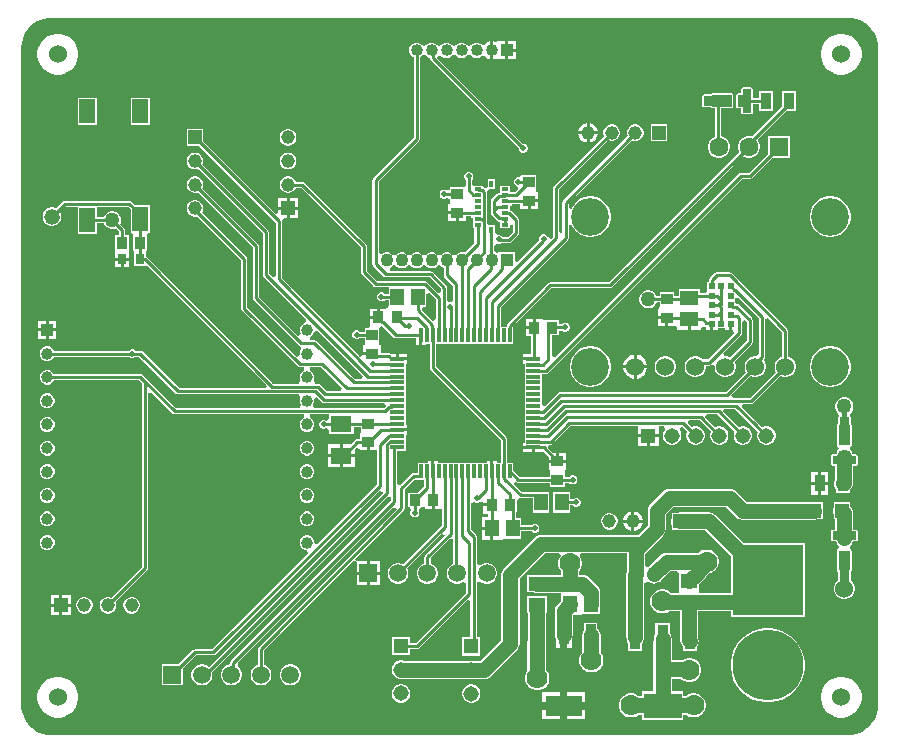
<source format=gtl>
G04*
G04 #@! TF.GenerationSoftware,Altium Limited,Altium Designer,25.8.1 (18)*
G04*
G04 Layer_Physical_Order=1*
G04 Layer_Color=255*
%FSLAX25Y25*%
%MOIN*%
G70*
G04*
G04 #@! TF.SameCoordinates,C76D9226-5B89-478B-BDFE-737DA55DB7C2*
G04*
G04*
G04 #@! TF.FilePolarity,Positive*
G04*
G01*
G75*
%ADD12C,0.01000*%
%ADD17R,0.03350X0.06934*%
%ADD18R,0.12405X0.06934*%
%ADD19R,0.05787X0.04567*%
%ADD20R,0.03740X0.08465*%
%ADD21R,0.03622X0.05591*%
%ADD22R,0.01968X0.01968*%
%ADD23R,0.03858X0.03622*%
%ADD24R,0.02323X0.01378*%
%ADD25R,0.06142X0.05039*%
%ADD26R,0.04567X0.05787*%
%ADD27R,0.03622X0.03858*%
%ADD28R,0.04700X0.01200*%
%ADD29R,0.01200X0.04700*%
%ADD30R,0.02756X0.03543*%
%ADD31R,0.07165X0.05669*%
%ADD32R,0.12795X0.08465*%
%ADD33R,0.05512X0.08268*%
%ADD34R,0.04528X0.04528*%
%ADD35R,0.01378X0.02323*%
%ADD66C,0.06000*%
%ADD74R,0.01968X0.01968*%
%ADD75C,0.05000*%
%ADD76C,0.01500*%
%ADD77C,0.03000*%
%ADD78R,0.23622X0.23622*%
%ADD79C,0.06024*%
%ADD80R,0.05937X0.05937*%
%ADD81C,0.04528*%
%ADD82R,0.03976X0.03976*%
%ADD83R,0.05150X0.05150*%
%ADD84C,0.03976*%
%ADD85R,0.04528X0.04528*%
%ADD86R,0.03969X0.03969*%
%ADD87C,0.06319*%
%ADD88C,0.05150*%
%ADD89C,0.23622*%
%ADD90C,0.04281*%
%ADD91C,0.05937*%
%ADD92C,0.03969*%
%ADD93R,0.05150X0.05150*%
%ADD94C,0.05200*%
%ADD95R,0.04281X0.04281*%
%ADD96R,0.06319X0.06319*%
%ADD97C,0.12598*%
%ADD98C,0.05000*%
%ADD99C,0.02000*%
%ADD100C,0.07000*%
G36*
X275590Y238740D02*
X276575D01*
X278507Y238356D01*
X280327Y237602D01*
X281965Y236508D01*
X283358Y235115D01*
X284452Y233477D01*
X285206Y231657D01*
X285591Y229725D01*
Y228740D01*
X285591D01*
X285591Y9606D01*
X285591D01*
X285591Y9213D01*
X285515Y8244D01*
X285206Y6689D01*
X284452Y4870D01*
X283358Y3232D01*
X281965Y1839D01*
X280327Y744D01*
X278507Y-9D01*
X276575Y-394D01*
X275590D01*
Y-394D01*
X10079Y-394D01*
X9094Y-394D01*
X7162Y-9D01*
X5342Y744D01*
X3704Y1839D01*
X2311Y3232D01*
X1217Y4870D01*
X463Y6689D01*
X79Y8621D01*
Y9606D01*
X79Y228740D01*
X79D01*
X79Y229134D01*
X154Y230103D01*
X463Y231657D01*
X1217Y233477D01*
X2311Y235115D01*
X3704Y236508D01*
X5342Y237602D01*
X7162Y238356D01*
X9094Y238740D01*
X10079D01*
Y238740D01*
X275590Y238740D01*
D02*
G37*
%LPC*%
G36*
X158823Y230862D02*
X157823Y230697D01*
X157311Y230834D01*
Y227874D01*
Y224914D01*
X157823Y225051D01*
X158823Y224886D01*
Y224886D01*
X161311D01*
Y227874D01*
Y230862D01*
X158823D01*
X158823Y230862D01*
D02*
G37*
G36*
X156311Y230834D02*
X155658Y230659D01*
X154976Y230265D01*
X154611Y229900D01*
X154400Y229712D01*
X153349Y229855D01*
X153220Y229983D01*
X152306Y230362D01*
X151316D01*
X150402Y229983D01*
X149915Y229496D01*
X149311Y229367D01*
X148707Y229496D01*
X148221Y229983D01*
X147306Y230362D01*
X146316D01*
X145402Y229983D01*
X144915Y229496D01*
X144311Y229367D01*
X143708Y229496D01*
X143220Y229983D01*
X142306Y230362D01*
X141316D01*
X140402Y229983D01*
X139915Y229496D01*
X139311Y229367D01*
X138707Y229496D01*
X138221Y229983D01*
X137306Y230362D01*
X136316D01*
X135402Y229983D01*
X134915Y229496D01*
X134311Y229367D01*
X133707Y229496D01*
X133221Y229983D01*
X132306Y230362D01*
X131316D01*
X130402Y229983D01*
X129702Y229283D01*
X129323Y228369D01*
Y227379D01*
X129702Y226465D01*
X130402Y225765D01*
X130791Y225603D01*
Y198813D01*
X117389Y185411D01*
X117168Y185081D01*
X117091Y184690D01*
Y156693D01*
X117168Y156303D01*
X117389Y155972D01*
X120933Y152429D01*
X121263Y152208D01*
X121653Y152130D01*
X136192D01*
X139994Y148328D01*
Y147328D01*
X138994Y146914D01*
X135186Y150721D01*
X134856Y150942D01*
X134465Y151020D01*
X118533D01*
X115193Y154359D01*
Y162598D01*
X115115Y162989D01*
X114894Y163319D01*
X94422Y183792D01*
X94091Y184013D01*
X93701Y184090D01*
X91564D01*
X91552Y184138D01*
X91188Y184768D01*
X90673Y185282D01*
X90043Y185646D01*
X89340Y185835D01*
X88613D01*
X87910Y185646D01*
X87279Y185282D01*
X86765Y184768D01*
X86401Y184138D01*
X86213Y183435D01*
Y182707D01*
X86401Y182004D01*
X86765Y181374D01*
X87279Y180859D01*
X87910Y180495D01*
X88613Y180307D01*
X89340D01*
X90043Y180495D01*
X90673Y180859D01*
X91188Y181374D01*
X91552Y182004D01*
X91564Y182051D01*
X93278D01*
X113154Y162176D01*
Y153937D01*
X113231Y153547D01*
X113452Y153216D01*
X117389Y149279D01*
X117720Y149058D01*
X118110Y148980D01*
X122492D01*
Y146689D01*
X121180D01*
X120928Y146941D01*
X120377Y147169D01*
X119780D01*
X119229Y146941D01*
X118807Y146519D01*
X118579Y145968D01*
Y145371D01*
X118807Y144820D01*
X119229Y144398D01*
X119780Y144169D01*
X120377D01*
X120928Y144398D01*
X121180Y144650D01*
X122492D01*
X122492Y143175D01*
Y142924D01*
X122340Y142289D01*
X122076Y141982D01*
X122034Y141952D01*
X121676Y141823D01*
X121395Y141729D01*
X119549Y141729D01*
Y138800D01*
X119049D01*
Y138300D01*
X116238D01*
Y136185D01*
X116238Y135871D01*
X115522Y135185D01*
X114500D01*
Y134090D01*
X112913D01*
X112661Y134343D01*
X112109Y134571D01*
X111513D01*
X110961Y134343D01*
X110539Y133921D01*
X110311Y133369D01*
Y132773D01*
X110539Y132221D01*
X110961Y131799D01*
X111513Y131571D01*
X112109D01*
X112661Y131799D01*
X112913Y132051D01*
X114500D01*
Y130583D01*
X114500Y130563D01*
X114453Y129583D01*
X114000D01*
Y127272D01*
X116929D01*
Y126272D01*
X114000D01*
Y126150D01*
X113076Y125767D01*
X86846Y151997D01*
Y170866D01*
X86833Y170933D01*
X87322Y171755D01*
X87519Y171933D01*
X88476D01*
Y174697D01*
X85713D01*
Y173729D01*
X84789Y173346D01*
X60638Y197497D01*
Y201583D01*
X55110D01*
Y196055D01*
X59196D01*
X84807Y170444D01*
Y152604D01*
X83807Y152190D01*
X82516Y153481D01*
Y167323D01*
X82438Y167713D01*
X82217Y168044D01*
X60425Y189836D01*
X60449Y189878D01*
X60638Y190581D01*
Y191309D01*
X60449Y192012D01*
X60086Y192642D01*
X59571Y193157D01*
X58941Y193520D01*
X58238Y193709D01*
X57510D01*
X56807Y193520D01*
X56177Y193157D01*
X55662Y192642D01*
X55299Y192012D01*
X55110Y191309D01*
Y190581D01*
X55299Y189878D01*
X55662Y189248D01*
X56177Y188733D01*
X56807Y188370D01*
X57510Y188181D01*
X58238D01*
X58941Y188370D01*
X58983Y188394D01*
X80476Y166901D01*
Y153059D01*
X80554Y152669D01*
X80775Y152338D01*
X94983Y138130D01*
X94888Y137660D01*
X94631Y137068D01*
X93868Y136752D01*
X93169Y136053D01*
X92791Y135140D01*
Y134151D01*
X93169Y133238D01*
X92413Y132651D01*
X79282Y145782D01*
Y162682D01*
X79205Y163072D01*
X78984Y163403D01*
X60425Y181962D01*
X60449Y182004D01*
X60638Y182707D01*
Y183435D01*
X60449Y184138D01*
X60086Y184768D01*
X59571Y185282D01*
X58941Y185646D01*
X58238Y185835D01*
X57510D01*
X56807Y185646D01*
X56177Y185282D01*
X55662Y184768D01*
X55299Y184138D01*
X55110Y183435D01*
Y182707D01*
X55299Y182004D01*
X55662Y181374D01*
X56177Y180859D01*
X56807Y180495D01*
X57510Y180307D01*
X58238D01*
X58941Y180495D01*
X58983Y180520D01*
X77243Y162260D01*
Y145359D01*
X77321Y144969D01*
X77542Y144638D01*
X92586Y129594D01*
X92917Y129373D01*
X92944Y129368D01*
X93295Y128505D01*
X93292Y128302D01*
X93169Y128179D01*
X92791Y127266D01*
Y126277D01*
X92842Y126156D01*
X91994Y125590D01*
X75429Y142155D01*
Y158268D01*
X75351Y158658D01*
X75130Y158989D01*
X60281Y173838D01*
X60449Y174130D01*
X60638Y174833D01*
Y175561D01*
X60449Y176264D01*
X60086Y176894D01*
X59571Y177408D01*
X58941Y177772D01*
X58238Y177961D01*
X57510D01*
X56807Y177772D01*
X56177Y177408D01*
X55662Y176894D01*
X55299Y176264D01*
X55110Y175561D01*
Y174833D01*
X55299Y174130D01*
X55662Y173500D01*
X56177Y172985D01*
X56807Y172621D01*
X57510Y172433D01*
X58238D01*
X58683Y172552D01*
X73390Y157845D01*
Y141732D01*
X73467Y141342D01*
X73689Y141011D01*
X92192Y122507D01*
X92523Y122286D01*
X92913Y122209D01*
X94165D01*
X94363Y121209D01*
X93868Y121004D01*
X93169Y120305D01*
X92791Y119392D01*
Y118403D01*
X93055Y117768D01*
X92689Y116988D01*
X92478Y116768D01*
X84084D01*
X41863Y158989D01*
X41532Y159210D01*
X41445Y159227D01*
Y160539D01*
X41901Y161350D01*
X41976D01*
Y166209D01*
X42433Y167020D01*
X43020D01*
Y176287D01*
X37950D01*
X36745Y177493D01*
X36414Y177714D01*
X36024Y177791D01*
X14567D01*
X14177Y177714D01*
X13846Y177493D01*
X11591Y175238D01*
X11433Y175330D01*
X10644Y175541D01*
X9828D01*
X9040Y175330D01*
X8333Y174922D01*
X7756Y174344D01*
X7348Y173637D01*
X7136Y172849D01*
Y172033D01*
X7348Y171244D01*
X7756Y170537D01*
X8333Y169960D01*
X9040Y169552D01*
X9828Y169341D01*
X10644D01*
X11433Y169552D01*
X12140Y169960D01*
X12717Y170537D01*
X13125Y171244D01*
X13336Y172033D01*
Y172849D01*
X13125Y173637D01*
X13033Y173796D01*
X14989Y175752D01*
X18791D01*
Y166626D01*
X25303D01*
Y170240D01*
X27482D01*
X27519Y170102D01*
X27914Y169418D01*
X28473Y168859D01*
X29157Y168464D01*
X29920Y168260D01*
X30710D01*
X31473Y168464D01*
X31597Y168536D01*
X32543Y167589D01*
Y166209D01*
X31252D01*
Y162026D01*
X31252Y161350D01*
X31284Y160364D01*
Y158768D01*
X33661D01*
X36039D01*
Y160419D01*
X36039Y161039D01*
X35874Y161971D01*
Y166209D01*
X34583D01*
Y168012D01*
X34505Y168402D01*
X34284Y168733D01*
X33039Y169978D01*
X33110Y170102D01*
X33315Y170865D01*
Y171655D01*
X33110Y172418D01*
X32716Y173102D01*
X32157Y173660D01*
X31473Y174055D01*
X30710Y174260D01*
X29920D01*
X29157Y174055D01*
X28473Y173660D01*
X27914Y173102D01*
X27519Y172418D01*
X27482Y172279D01*
X25303D01*
Y175752D01*
X35601D01*
X36508Y174846D01*
Y167020D01*
X36898D01*
X37354Y166209D01*
Y161401D01*
X37354Y161350D01*
X37354D01*
X37689Y160539D01*
X37689Y160539D01*
Y155996D01*
X41445D01*
Y155996D01*
X41817Y156150D01*
X81851Y116117D01*
X81468Y115193D01*
X52785D01*
X40485Y127493D01*
X40154Y127714D01*
X39764Y127791D01*
X38110D01*
X37858Y128043D01*
X37306Y128272D01*
X36709D01*
X36158Y128043D01*
X35906Y127791D01*
X10928D01*
X10768Y128179D01*
X10069Y128878D01*
X9156Y129256D01*
X8167D01*
X7254Y128878D01*
X6555Y128179D01*
X6177Y127266D01*
Y126277D01*
X6555Y125364D01*
X7254Y124666D01*
X8167Y124287D01*
X9156D01*
X10069Y124666D01*
X10768Y125364D01*
X10928Y125752D01*
X35906D01*
X36158Y125500D01*
X36709Y125272D01*
X37306D01*
X37858Y125500D01*
X38110Y125752D01*
X39341D01*
X51641Y113452D01*
X51972Y113231D01*
X52362Y113154D01*
X92478D01*
X92689Y112933D01*
X93055Y112154D01*
X92791Y111518D01*
Y110529D01*
X93169Y109616D01*
X93286Y109500D01*
X92872Y108500D01*
X51603D01*
X42059Y118044D01*
X40485Y119619D01*
X40154Y119840D01*
X39764Y119917D01*
X10928D01*
X10768Y120305D01*
X10069Y121004D01*
X9156Y121382D01*
X8167D01*
X7254Y121004D01*
X6555Y120305D01*
X6177Y119392D01*
Y118403D01*
X6555Y117490D01*
X7254Y116792D01*
X8167Y116413D01*
X9156D01*
X10069Y116792D01*
X10768Y117490D01*
X10928Y117878D01*
X39341D01*
X40319Y116901D01*
Y55703D01*
X30049Y45433D01*
X30007Y45457D01*
X29304Y45646D01*
X28576D01*
X27873Y45457D01*
X27243Y45094D01*
X26729Y44579D01*
X26365Y43949D01*
X26176Y43246D01*
Y42518D01*
X26365Y41815D01*
X26729Y41185D01*
X27243Y40670D01*
X27873Y40306D01*
X28576Y40118D01*
X29304D01*
X30007Y40306D01*
X30637Y40670D01*
X31152Y41185D01*
X31516Y41815D01*
X31704Y42518D01*
Y43246D01*
X31516Y43949D01*
X31491Y43991D01*
X42059Y54559D01*
X42281Y54890D01*
X42358Y55280D01*
Y113555D01*
X43282Y113937D01*
X50460Y106759D01*
X50791Y106538D01*
X51181Y106461D01*
X94165D01*
X94363Y105461D01*
X93868Y105256D01*
X93169Y104557D01*
X92791Y103644D01*
Y102655D01*
X93169Y101742D01*
X93868Y101044D01*
X94781Y100665D01*
X95770D01*
X96683Y101044D01*
X97382Y101742D01*
X97760Y102655D01*
Y103644D01*
X97382Y104557D01*
X96683Y105256D01*
X96188Y105461D01*
X96387Y106461D01*
X102610D01*
Y104842D01*
X101637Y104421D01*
X101086Y104650D01*
X100489D01*
X99938Y104421D01*
X99516Y103999D01*
X99287Y103448D01*
Y102851D01*
X99516Y102300D01*
X99938Y101878D01*
X100489Y101650D01*
X101086D01*
X101637Y101878D01*
X102610Y101457D01*
Y99957D01*
X110776D01*
Y102272D01*
X113319D01*
Y101134D01*
X113319D01*
X113271Y100154D01*
X112819D01*
Y98362D01*
X112012D01*
X111622Y98285D01*
X111291Y98063D01*
X109834Y96606D01*
X107193D01*
Y93272D01*
X111276D01*
Y94944D01*
X111867Y95410D01*
X112819Y94988D01*
Y94532D01*
X115248D01*
Y97342D01*
X116248D01*
Y94532D01*
X118666D01*
Y83206D01*
X98760Y63300D01*
X97760Y63714D01*
Y64274D01*
X97382Y65187D01*
X96683Y65886D01*
X95770Y66264D01*
X94781D01*
X93868Y65886D01*
X93169Y65187D01*
X92791Y64274D01*
Y63285D01*
X93169Y62372D01*
X93868Y61673D01*
X94781Y61295D01*
X95341D01*
X95755Y60295D01*
X63645Y28185D01*
X57874D01*
X57484Y28107D01*
X57153Y27886D01*
X52420Y23154D01*
X46925D01*
Y16217D01*
X53862D01*
Y21712D01*
X58296Y26146D01*
X64067D01*
X64457Y26223D01*
X64788Y26444D01*
X119428Y81084D01*
X120507Y80749D01*
X120577Y80369D01*
X62517Y22309D01*
X62366Y22460D01*
X61575Y22917D01*
X60693Y23154D01*
X59780D01*
X58897Y22917D01*
X58106Y22460D01*
X57461Y21815D01*
X57004Y21024D01*
X56768Y20142D01*
Y19228D01*
X57004Y18346D01*
X57461Y17555D01*
X58106Y16910D01*
X58897Y16453D01*
X59780Y16217D01*
X60693D01*
X61575Y16453D01*
X62366Y16910D01*
X63012Y17555D01*
X63468Y18346D01*
X63705Y19228D01*
Y20142D01*
X63605Y20514D01*
X122390Y79298D01*
X123390Y78884D01*
Y77800D01*
X69836Y24247D01*
X69615Y23916D01*
X69538Y23526D01*
Y23131D01*
X68740Y22917D01*
X67949Y22460D01*
X67303Y21815D01*
X66847Y21024D01*
X66610Y20142D01*
Y19228D01*
X66847Y18346D01*
X67303Y17555D01*
X67949Y16910D01*
X68740Y16453D01*
X69622Y16217D01*
X70535D01*
X71417Y16453D01*
X72208Y16910D01*
X72854Y17555D01*
X73311Y18346D01*
X73547Y19228D01*
Y20142D01*
X73311Y21024D01*
X72854Y21815D01*
X72208Y22460D01*
X72132Y23659D01*
X124019Y75546D01*
X125104Y75217D01*
X125141Y75035D01*
X79200Y29095D01*
X78979Y28764D01*
X78902Y28374D01*
Y23003D01*
X78583Y22917D01*
X77792Y22460D01*
X77146Y21815D01*
X76689Y21024D01*
X76453Y20142D01*
Y19228D01*
X76689Y18346D01*
X77146Y17555D01*
X77792Y16910D01*
X78583Y16453D01*
X79465Y16217D01*
X80378D01*
X81260Y16453D01*
X82051Y16910D01*
X82697Y17555D01*
X83153Y18346D01*
X83390Y19228D01*
Y20142D01*
X83153Y21024D01*
X82697Y21815D01*
X82051Y22460D01*
X81260Y22917D01*
X80941Y23003D01*
Y27952D01*
X110977Y57987D01*
X111779Y57376D01*
X111779Y56568D01*
Y54043D01*
X115248D01*
Y57512D01*
X112770D01*
X111915Y57512D01*
X111304Y58315D01*
X127493Y74503D01*
X127714Y74834D01*
X127791Y75224D01*
Y81467D01*
X131168Y84844D01*
X132168Y84748D01*
Y84749D01*
X134217D01*
Y82529D01*
X132070Y80382D01*
X128890D01*
Y75524D01*
X129468D01*
X129929Y74570D01*
X129701Y74019D01*
Y73422D01*
X129929Y72871D01*
X130351Y72449D01*
X130902Y72220D01*
X131499D01*
X132051Y72449D01*
X132472Y72871D01*
X132701Y73422D01*
Y74019D01*
X132472Y74570D01*
X132706Y75054D01*
X133512Y75524D01*
X134492Y75476D01*
Y75024D01*
X136803D01*
Y77953D01*
X137803D01*
Y75024D01*
X140114D01*
X140122Y74027D01*
Y69517D01*
X127216Y56610D01*
X126929Y56775D01*
X126047Y57012D01*
X125134D01*
X124252Y56775D01*
X123461Y56319D01*
X122815Y55673D01*
X122358Y54882D01*
X122122Y54000D01*
Y53087D01*
X122358Y52205D01*
X122815Y51414D01*
X123461Y50768D01*
X124252Y50311D01*
X125134Y50075D01*
X126047D01*
X126929Y50311D01*
X127720Y50768D01*
X128366Y51414D01*
X128823Y52205D01*
X129059Y53087D01*
Y54000D01*
X128823Y54882D01*
X128657Y55168D01*
X140258Y66769D01*
X141343Y66440D01*
X141349Y66412D01*
X134712Y59776D01*
X134491Y59445D01*
X134414Y59055D01*
Y56861D01*
X134094Y56775D01*
X133303Y56319D01*
X132658Y55673D01*
X132201Y54882D01*
X131965Y54000D01*
Y53087D01*
X132201Y52205D01*
X132658Y51414D01*
X133303Y50768D01*
X134094Y50311D01*
X134976Y50075D01*
X135890D01*
X136772Y50311D01*
X137563Y50768D01*
X138209Y51414D01*
X138665Y52205D01*
X138902Y53087D01*
Y54000D01*
X138665Y54882D01*
X138209Y55673D01*
X137563Y56319D01*
X136772Y56775D01*
X136453Y56861D01*
Y58633D01*
X143059Y65239D01*
X144059Y64825D01*
Y56808D01*
X143937Y56775D01*
X143146Y56319D01*
X142500Y55673D01*
X142043Y54882D01*
X141807Y54000D01*
Y53087D01*
X142043Y52205D01*
X142500Y51414D01*
X143146Y50768D01*
X143937Y50311D01*
X144819Y50075D01*
X145732D01*
X146614Y50311D01*
X147224Y50663D01*
X147844Y50449D01*
X148224Y50173D01*
Y46911D01*
X131609Y30295D01*
X129694D01*
Y32350D01*
X123545D01*
Y26201D01*
X129694D01*
Y28256D01*
X132032D01*
X132422Y28334D01*
X132753Y28555D01*
X148844Y44646D01*
X149768Y44263D01*
Y32209D01*
X146925D01*
Y26059D01*
X153075D01*
Y32209D01*
X151807D01*
Y50535D01*
X152807Y50949D01*
X152988Y50768D01*
X153779Y50311D01*
X154662Y50075D01*
X155575D01*
X156457Y50311D01*
X157248Y50768D01*
X157894Y51414D01*
X158350Y52205D01*
X158587Y53087D01*
Y54000D01*
X158350Y54882D01*
X157894Y55673D01*
X157248Y56319D01*
X156457Y56775D01*
X155575Y57012D01*
X154662D01*
X153779Y56775D01*
X152988Y56319D01*
X152807Y56137D01*
X151807Y56552D01*
Y65748D01*
X151729Y66138D01*
X151508Y66469D01*
X150036Y67942D01*
Y76862D01*
X151035Y77276D01*
X151060Y77252D01*
X151611Y77024D01*
X152208D01*
X152759Y77252D01*
X152980Y77473D01*
X153916Y77208D01*
X153980Y77167D01*
Y76878D01*
X156791D01*
Y75878D01*
X153980D01*
Y73449D01*
X155772D01*
Y72398D01*
X153567D01*
Y69004D01*
X156850D01*
Y68504D01*
X157350D01*
Y64610D01*
X160134D01*
Y64778D01*
X160996Y65110D01*
Y65110D01*
X166563D01*
Y67484D01*
X170158D01*
X170410Y67232D01*
X170961Y67004D01*
X171558D01*
X172109Y67232D01*
X172531Y67654D01*
X172760Y68206D01*
Y68802D01*
X172531Y69354D01*
X172109Y69776D01*
X171558Y70004D01*
X170961D01*
X170410Y69776D01*
X170158Y69524D01*
X166563D01*
Y71898D01*
X164799D01*
Y73949D01*
X165205D01*
Y77999D01*
X165921Y78505D01*
X166205Y78592D01*
X166471Y78540D01*
X170445D01*
Y73772D01*
X176012D01*
Y80559D01*
X171543D01*
X171445Y80579D01*
X166893D01*
X164367Y83105D01*
X164696Y84190D01*
X164751Y84201D01*
X164929Y84023D01*
X165259Y83802D01*
X165650Y83724D01*
X176311D01*
Y82433D01*
X181169D01*
Y83626D01*
X182756D01*
X183009Y83374D01*
X183560Y83146D01*
X184157D01*
X184708Y83374D01*
X185130Y83796D01*
X185358Y84347D01*
Y84944D01*
X185130Y85495D01*
X184708Y85917D01*
X184157Y86146D01*
X183560D01*
X183009Y85917D01*
X182756Y85665D01*
X181169D01*
Y87035D01*
X181169Y87055D01*
X181217Y88035D01*
X181669D01*
Y90346D01*
X178740D01*
X175811D01*
Y88035D01*
X176263D01*
X176311Y87055D01*
X176311Y87035D01*
Y85764D01*
X166072D01*
X163895Y87940D01*
Y90448D01*
X161846D01*
Y98425D01*
X161769Y98815D01*
X161548Y99146D01*
X138224Y122470D01*
Y130024D01*
X163895D01*
Y135682D01*
X176694Y148480D01*
X196350D01*
X196741Y148558D01*
X197071Y148779D01*
X240755Y192463D01*
X241107Y192259D01*
X242038Y192010D01*
X243002D01*
X243932Y192259D01*
X244767Y192741D01*
X245448Y193422D01*
X245930Y194257D01*
X246179Y195187D01*
Y196151D01*
X245930Y197082D01*
X245448Y197916D01*
X245425Y197940D01*
X255214Y207728D01*
X258394D01*
Y214319D01*
X253772D01*
Y209170D01*
X243734Y199133D01*
X243002Y199329D01*
X242038D01*
X241107Y199079D01*
X240273Y198598D01*
X239591Y197916D01*
X239110Y197082D01*
X238860Y196151D01*
Y195187D01*
X239110Y194257D01*
X239313Y193904D01*
X195928Y150520D01*
X176272D01*
X175882Y150442D01*
X175551Y150221D01*
X162074Y136745D01*
X161853Y136414D01*
X161776Y136024D01*
Y135724D01*
X159878D01*
Y142294D01*
X182175Y164591D01*
X182396Y164922D01*
X182474Y165312D01*
Y169662D01*
X183474Y169860D01*
X183739Y169220D01*
X184483Y168107D01*
X185430Y167160D01*
X186543Y166416D01*
X187781Y165903D01*
X189094Y165642D01*
X190433D01*
X191747Y165903D01*
X192984Y166416D01*
X194098Y167160D01*
X195045Y168107D01*
X195789Y169220D01*
X196301Y170458D01*
X196563Y171771D01*
Y173111D01*
X196301Y174424D01*
X195789Y175662D01*
X195045Y176775D01*
X194098Y177722D01*
X192984Y178466D01*
X191747Y178979D01*
X190433Y179240D01*
X189094D01*
X187781Y178979D01*
X186543Y178466D01*
X185430Y177722D01*
X184483Y176775D01*
X183739Y175662D01*
X183474Y175021D01*
X182474Y175220D01*
Y176701D01*
X203615Y197843D01*
X203658Y197818D01*
X204361Y197630D01*
X205088D01*
X205791Y197818D01*
X206421Y198182D01*
X206936Y198697D01*
X207300Y199327D01*
X207488Y200030D01*
Y200758D01*
X207300Y201461D01*
X206936Y202091D01*
X206421Y202605D01*
X205791Y202969D01*
X205088Y203157D01*
X204361D01*
X203658Y202969D01*
X203027Y202605D01*
X202513Y202091D01*
X202149Y201461D01*
X201961Y200758D01*
Y200030D01*
X202149Y199327D01*
X202173Y199285D01*
X180733Y177844D01*
X180512Y177513D01*
X180434Y177123D01*
Y166720D01*
X180366Y166675D01*
X179366Y167209D01*
Y181467D01*
X195741Y197843D01*
X195784Y197818D01*
X196486Y197630D01*
X197214D01*
X197917Y197818D01*
X198547Y198182D01*
X199062Y198697D01*
X199426Y199327D01*
X199614Y200030D01*
Y200758D01*
X199426Y201461D01*
X199062Y202091D01*
X198547Y202605D01*
X197917Y202969D01*
X197214Y203157D01*
X196486D01*
X195784Y202969D01*
X195153Y202605D01*
X194639Y202091D01*
X194275Y201461D01*
X194087Y200758D01*
Y200030D01*
X194275Y199327D01*
X194299Y199285D01*
X177626Y182611D01*
X177404Y182280D01*
X177327Y181890D01*
Y165777D01*
X176656Y165106D01*
X176126Y165235D01*
X175606Y165471D01*
X175428Y165901D01*
X175006Y166323D01*
X174455Y166552D01*
X173858D01*
X173307Y166323D01*
X172885Y165901D01*
X172656Y165350D01*
Y164753D01*
X172740Y164550D01*
X165375Y157185D01*
X164452Y157568D01*
Y160515D01*
X159170D01*
X159170Y160515D01*
X158772Y160364D01*
X157772Y161030D01*
Y162768D01*
X157814Y162824D01*
X158772Y163354D01*
X158902Y163300D01*
X159498D01*
X160050Y163528D01*
X160110Y163589D01*
X162640D01*
X163030Y163667D01*
X163361Y163888D01*
X165682Y166208D01*
X165903Y166539D01*
X165980Y166929D01*
Y171296D01*
X165903Y171686D01*
X165682Y172017D01*
X163486Y174213D01*
X163155Y174434D01*
X162941Y174477D01*
Y175929D01*
X163441D01*
Y176599D01*
X166362D01*
Y174945D01*
X168791D01*
Y177756D01*
X169291D01*
Y178256D01*
X172221D01*
Y180567D01*
X171768D01*
X171721Y181547D01*
X171721D01*
Y186169D01*
X166862D01*
Y186169D01*
X166070Y185555D01*
X165473D01*
X164922Y185327D01*
X164500Y184905D01*
X164272Y184353D01*
Y183757D01*
X164500Y183205D01*
X164922Y182783D01*
X165148Y182690D01*
X165449Y181796D01*
X165441Y181568D01*
X164479Y180606D01*
X162941D01*
Y182744D01*
X159618D01*
Y180417D01*
X159319D01*
X158929Y180340D01*
X158598Y180119D01*
X156759Y178280D01*
X156538Y177949D01*
X156461Y177559D01*
Y174559D01*
X156490Y174412D01*
Y173526D01*
X156568Y173136D01*
X156789Y172805D01*
X158511Y171082D01*
X158842Y170861D01*
X159232Y170783D01*
X159618D01*
Y168555D01*
X162941D01*
Y169407D01*
X163027Y169519D01*
X163941Y169899D01*
X163941Y169899D01*
Y167351D01*
X162218Y165628D01*
X160480D01*
X160472Y165650D01*
X160050Y166072D01*
X159498Y166300D01*
X158902D01*
X158803Y166259D01*
X157882Y166910D01*
Y169772D01*
X155504D01*
X155287Y170682D01*
Y180617D01*
X155311Y180717D01*
X155987Y181488D01*
X155990Y181489D01*
X155990Y181489D01*
X155990Y181489D01*
Y181489D01*
X156974Y181527D01*
X157882D01*
Y184850D01*
X155504D01*
Y182310D01*
X155452Y182288D01*
Y182288D01*
X154595Y181933D01*
X153768Y182466D01*
Y182744D01*
X150445D01*
X150232Y183656D01*
Y184725D01*
X150484Y184977D01*
X150713Y185528D01*
Y186125D01*
X150484Y186676D01*
X150062Y187098D01*
X149511Y187327D01*
X148914D01*
X148363Y187098D01*
X147941Y186676D01*
X147713Y186125D01*
Y185528D01*
X147941Y184977D01*
X148193Y184725D01*
Y182932D01*
X147705Y182134D01*
X147193Y182134D01*
X142847D01*
Y181424D01*
X141847Y181141D01*
X141795Y181193D01*
X141243Y181421D01*
X140647D01*
X140095Y181193D01*
X139673Y180771D01*
X139445Y180220D01*
Y179623D01*
X139673Y179072D01*
X140095Y178650D01*
X140647Y178421D01*
X141243D01*
X141795Y178650D01*
X141847Y178701D01*
X142847Y178418D01*
Y177532D01*
X142847Y177512D01*
X142799Y176532D01*
X142347D01*
Y174221D01*
X145276D01*
Y173721D01*
X145776D01*
Y170910D01*
X148205D01*
Y172661D01*
X149945D01*
Y171992D01*
X150445D01*
Y168555D01*
X151087D01*
Y163592D01*
X147830Y160335D01*
X147159Y160515D01*
X146463D01*
X145792Y160335D01*
X145190Y159987D01*
X144939Y159737D01*
X144311Y159587D01*
X143683Y159737D01*
X143432Y159987D01*
X142830Y160335D01*
X142159Y160515D01*
X141463D01*
X140792Y160335D01*
X140190Y159987D01*
X139939Y159737D01*
X139311Y159587D01*
X138683Y159737D01*
X138432Y159987D01*
X137830Y160335D01*
X137159Y160515D01*
X136463D01*
X135792Y160335D01*
X135190Y159987D01*
X134939Y159737D01*
X134311Y159587D01*
X133683Y159737D01*
X133432Y159987D01*
X132830Y160335D01*
X132159Y160515D01*
X131463D01*
X130792Y160335D01*
X130190Y159987D01*
X129939Y159737D01*
X129311Y159587D01*
X128683Y159737D01*
X128432Y159987D01*
X127830Y160335D01*
X127159Y160515D01*
X126463D01*
X125792Y160335D01*
X125190Y159987D01*
X124939Y159737D01*
X124311Y159587D01*
X123683Y159737D01*
X123432Y159987D01*
X122830Y160335D01*
X122159Y160515D01*
X121463D01*
X120792Y160335D01*
X120190Y159987D01*
X120130Y159927D01*
X119130Y160341D01*
Y184268D01*
X132532Y197670D01*
X132753Y198001D01*
X132831Y198391D01*
Y225603D01*
X133221Y225765D01*
X133707Y226252D01*
X134311Y226381D01*
X134915Y226252D01*
X135402Y225765D01*
X136215Y225428D01*
Y225364D01*
X136292Y224974D01*
X136513Y224643D01*
X165823Y195334D01*
Y194977D01*
X166051Y194426D01*
X166473Y194004D01*
X167025Y193776D01*
X167621D01*
X168173Y194004D01*
X168595Y194426D01*
X168823Y194977D01*
Y195574D01*
X168595Y196125D01*
X168173Y196547D01*
X167621Y196776D01*
X167265D01*
X138733Y225308D01*
X139004Y226037D01*
X140048Y226118D01*
X140402Y225765D01*
X141316Y225386D01*
X142306D01*
X143220Y225765D01*
X143708Y226252D01*
X144311Y226381D01*
X144915Y226252D01*
X145402Y225765D01*
X146316Y225386D01*
X147306D01*
X148221Y225765D01*
X148707Y226252D01*
X149311Y226381D01*
X149915Y226252D01*
X150402Y225765D01*
X151316Y225386D01*
X152306D01*
X153220Y225765D01*
X153349Y225893D01*
X154400Y226037D01*
X154611Y225848D01*
X154976Y225483D01*
X155658Y225090D01*
X156311Y224914D01*
Y227874D01*
Y230834D01*
D02*
G37*
G36*
X164799Y230862D02*
X162311D01*
Y228374D01*
X164799D01*
Y230862D01*
D02*
G37*
G36*
Y227374D02*
X162311D01*
Y224886D01*
X164799D01*
Y227374D01*
D02*
G37*
G36*
X274056Y233335D02*
X272716D01*
X271403Y233073D01*
X270165Y232561D01*
X269052Y231817D01*
X268105Y230870D01*
X267360Y229756D01*
X266848Y228519D01*
X266587Y227205D01*
Y225866D01*
X266848Y224552D01*
X267360Y223315D01*
X268105Y222201D01*
X269052Y221254D01*
X270165Y220510D01*
X271403Y219998D01*
X272716Y219736D01*
X274056D01*
X275369Y219998D01*
X276606Y220510D01*
X277720Y221254D01*
X278667Y222201D01*
X279411Y223315D01*
X279924Y224552D01*
X280185Y225866D01*
Y227205D01*
X279924Y228519D01*
X279411Y229756D01*
X278667Y230870D01*
X277720Y231817D01*
X276606Y232561D01*
X275369Y233073D01*
X274056Y233335D01*
D02*
G37*
G36*
X12874D02*
X11535D01*
X10221Y233073D01*
X8984Y232561D01*
X7870Y231817D01*
X6923Y230870D01*
X6179Y229756D01*
X5667Y228519D01*
X5406Y227205D01*
Y225866D01*
X5667Y224552D01*
X6179Y223315D01*
X6923Y222201D01*
X7870Y221254D01*
X8984Y220510D01*
X10221Y219998D01*
X11535Y219736D01*
X12874D01*
X14188Y219998D01*
X15425Y220510D01*
X16539Y221254D01*
X17486Y222201D01*
X18230Y223315D01*
X18743Y224552D01*
X19004Y225866D01*
Y227205D01*
X18743Y228519D01*
X18230Y229756D01*
X17486Y230870D01*
X16539Y231817D01*
X15425Y232561D01*
X14188Y233073D01*
X12874Y233335D01*
D02*
G37*
G36*
X243307Y215502D02*
X240551D01*
X240168Y215343D01*
X240010Y214961D01*
Y213533D01*
X238976D01*
X238594Y213375D01*
X238435Y212992D01*
Y209055D01*
X238594Y208672D01*
X238976Y208514D01*
X240010D01*
Y207087D01*
X240168Y206704D01*
X240551Y206545D01*
X243307D01*
X243690Y206704D01*
X243848Y207087D01*
Y210004D01*
X245898D01*
Y207728D01*
X250520D01*
Y214319D01*
X245898D01*
Y212043D01*
X243848D01*
Y214961D01*
X243690Y215343D01*
X243307Y215502D01*
D02*
G37*
G36*
X43020Y212114D02*
X36508D01*
Y202847D01*
X43020D01*
Y212114D01*
D02*
G37*
G36*
X25303D02*
X18791D01*
Y202847D01*
X25303D01*
Y212114D01*
D02*
G37*
G36*
X189476Y203639D02*
Y200894D01*
X192221D01*
X192018Y201654D01*
X191588Y202398D01*
X190980Y203005D01*
X190236Y203435D01*
X189476Y203639D01*
D02*
G37*
G36*
X188476Y203639D02*
X187717Y203435D01*
X186972Y203005D01*
X186365Y202398D01*
X185935Y201654D01*
X185731Y200894D01*
X188476D01*
Y203639D01*
D02*
G37*
G36*
X215362Y203157D02*
X209835D01*
Y197630D01*
X215362D01*
Y203157D01*
D02*
G37*
G36*
X188476Y199894D02*
X185731D01*
X185935Y199134D01*
X186365Y198390D01*
X186972Y197782D01*
X187717Y197352D01*
X188476Y197149D01*
Y199894D01*
D02*
G37*
G36*
X192221D02*
X189476D01*
Y197149D01*
X190236Y197352D01*
X190980Y197782D01*
X191588Y198390D01*
X192018Y199134D01*
X192221Y199894D01*
D02*
G37*
G36*
X89340Y201583D02*
X88613D01*
X87910Y201394D01*
X87279Y201030D01*
X86765Y200516D01*
X86401Y199886D01*
X86213Y199183D01*
Y198455D01*
X86401Y197752D01*
X86765Y197122D01*
X87279Y196607D01*
X87910Y196244D01*
X88613Y196055D01*
X89340D01*
X90043Y196244D01*
X90673Y196607D01*
X91188Y197122D01*
X91552Y197752D01*
X91740Y198455D01*
Y199183D01*
X91552Y199886D01*
X91188Y200516D01*
X90673Y201030D01*
X90043Y201394D01*
X89340Y201583D01*
D02*
G37*
G36*
X236811Y213533D02*
X230315D01*
X229932Y213375D01*
X229835Y213140D01*
X227559D01*
X227176Y212981D01*
X227018Y212598D01*
Y209449D01*
X227176Y209066D01*
X227559Y208908D01*
X229835D01*
X229932Y208672D01*
X230315Y208514D01*
X231166D01*
Y199095D01*
X231107Y199079D01*
X230273Y198598D01*
X229591Y197916D01*
X229110Y197082D01*
X228860Y196151D01*
Y195187D01*
X229110Y194257D01*
X229591Y193422D01*
X230273Y192741D01*
X231107Y192259D01*
X232038Y192010D01*
X233001D01*
X233932Y192259D01*
X234767Y192741D01*
X235448Y193422D01*
X235930Y194257D01*
X236179Y195187D01*
Y196151D01*
X235930Y197082D01*
X235448Y197916D01*
X234767Y198598D01*
X233932Y199079D01*
X233205Y199274D01*
Y208514D01*
X236811D01*
X237194Y208672D01*
X237352Y209055D01*
Y212992D01*
X237194Y213375D01*
X236811Y213533D01*
D02*
G37*
G36*
X89340Y193709D02*
X88613D01*
X87910Y193520D01*
X87279Y193157D01*
X86765Y192642D01*
X86401Y192012D01*
X86213Y191309D01*
Y190581D01*
X86401Y189878D01*
X86765Y189248D01*
X87279Y188733D01*
X87910Y188370D01*
X88613Y188181D01*
X89340D01*
X90043Y188370D01*
X90673Y188733D01*
X91188Y189248D01*
X91552Y189878D01*
X91740Y190581D01*
Y191309D01*
X91552Y192012D01*
X91188Y192642D01*
X90673Y193157D01*
X90043Y193520D01*
X89340Y193709D01*
D02*
G37*
G36*
X92240Y178461D02*
X89476D01*
Y175697D01*
X92240D01*
Y178461D01*
D02*
G37*
G36*
X88476D02*
X85713D01*
Y175697D01*
X88476D01*
Y178461D01*
D02*
G37*
G36*
X172221Y177256D02*
X169791D01*
Y174945D01*
X172221D01*
Y177256D01*
D02*
G37*
G36*
X92240Y174697D02*
X89476D01*
Y171933D01*
X92240D01*
Y174697D01*
D02*
G37*
G36*
X144776Y173221D02*
X142347D01*
Y170910D01*
X144776D01*
Y173221D01*
D02*
G37*
G36*
X270355Y179240D02*
X269015D01*
X267702Y178979D01*
X266464Y178466D01*
X265351Y177722D01*
X264404Y176775D01*
X263660Y175662D01*
X263147Y174424D01*
X262886Y173111D01*
Y171771D01*
X263147Y170458D01*
X263660Y169220D01*
X264404Y168107D01*
X265351Y167160D01*
X266464Y166416D01*
X267702Y165903D01*
X269015Y165642D01*
X270355D01*
X271668Y165903D01*
X272906Y166416D01*
X274019Y167160D01*
X274966Y168107D01*
X275710Y169220D01*
X276223Y170458D01*
X276484Y171771D01*
Y173111D01*
X276223Y174424D01*
X275710Y175662D01*
X274966Y176775D01*
X274019Y177722D01*
X272906Y178466D01*
X271668Y178979D01*
X270355Y179240D01*
D02*
G37*
G36*
X36039Y157768D02*
X34161D01*
Y155496D01*
X36039D01*
Y157768D01*
D02*
G37*
G36*
X33161D02*
X31284D01*
Y155496D01*
X33161D01*
Y157768D01*
D02*
G37*
G36*
X118549Y141729D02*
X116238D01*
Y139300D01*
X118549D01*
Y141729D01*
D02*
G37*
G36*
X214709Y138279D02*
X212280D01*
Y135968D01*
X214709D01*
Y138279D01*
D02*
G37*
G36*
X170465Y138362D02*
X168154D01*
Y135933D01*
X170465D01*
Y138362D01*
D02*
G37*
G36*
X11646Y137630D02*
X9161D01*
Y135146D01*
X11646D01*
Y137630D01*
D02*
G37*
G36*
X8161D02*
X5677D01*
Y135146D01*
X8161D01*
Y137630D01*
D02*
G37*
G36*
X256179Y199329D02*
X248860D01*
Y193452D01*
X242528Y187120D01*
X239900D01*
X239510Y187042D01*
X239179Y186821D01*
X177776Y125417D01*
X176776Y125832D01*
Y133004D01*
X179378D01*
Y134310D01*
X180378Y134430D01*
X180545Y134263D01*
X181096Y134034D01*
X181693D01*
X182245Y134263D01*
X182667Y134685D01*
X182895Y135236D01*
Y135833D01*
X182667Y136384D01*
X182245Y136806D01*
X181693Y137034D01*
X181096D01*
X180545Y136806D01*
X180378Y136639D01*
X179378Y136759D01*
Y137862D01*
X174756D01*
Y137862D01*
X173776Y137910D01*
Y138362D01*
X171465D01*
Y135433D01*
X170965D01*
Y134933D01*
X168154D01*
Y132504D01*
X169945D01*
Y126600D01*
X167319D01*
Y125500D01*
X170669D01*
Y124500D01*
X167319D01*
Y123400D01*
X167819D01*
Y119963D01*
Y116026D01*
Y112089D01*
Y108152D01*
Y104215D01*
Y100278D01*
Y97073D01*
X167319D01*
Y95973D01*
X170669D01*
Y95473D01*
X171169D01*
Y93873D01*
X174019D01*
X174019Y93873D01*
Y93873D01*
X174787Y93357D01*
X175811Y92334D01*
Y91347D01*
X178240D01*
Y93657D01*
X177371D01*
X175607Y95421D01*
X176021Y96421D01*
X176575D01*
X176965Y96499D01*
X177296Y96720D01*
X183099Y102524D01*
X205480D01*
Y99910D01*
X209055D01*
X212630D01*
Y102524D01*
X214281D01*
X214695Y101524D01*
X214469Y101297D01*
X214064Y100596D01*
X213854Y99814D01*
Y99005D01*
X214064Y98223D01*
X214469Y97522D01*
X215041Y96949D01*
X215742Y96544D01*
X216524Y96335D01*
X217334D01*
X218116Y96544D01*
X218817Y96949D01*
X219390Y97522D01*
X219794Y98223D01*
X220004Y99005D01*
Y99814D01*
X219794Y100596D01*
X219474Y101152D01*
X219638Y101725D01*
X219910Y102191D01*
X220501Y102269D01*
X222024Y100746D01*
X221938Y100596D01*
X221728Y99814D01*
Y99005D01*
X221938Y98223D01*
X222343Y97522D01*
X222915Y96949D01*
X223616Y96544D01*
X224398Y96335D01*
X225208D01*
X225990Y96544D01*
X226691Y96949D01*
X227264Y97522D01*
X227668Y98223D01*
X227878Y99005D01*
Y99814D01*
X227668Y100596D01*
X227264Y101297D01*
X226691Y101870D01*
X225990Y102275D01*
X225208Y102484D01*
X224398D01*
X223616Y102275D01*
X223466Y102188D01*
X222162Y103492D01*
X222576Y104492D01*
X226152D01*
X229899Y100746D01*
X229812Y100596D01*
X229602Y99814D01*
Y99005D01*
X229812Y98223D01*
X230217Y97522D01*
X230789Y96949D01*
X231490Y96544D01*
X232272Y96335D01*
X233082D01*
X233864Y96544D01*
X234565Y96949D01*
X235138Y97522D01*
X235542Y98223D01*
X235752Y99005D01*
Y99814D01*
X235542Y100596D01*
X235138Y101297D01*
X234565Y101870D01*
X233864Y102275D01*
X233082Y102484D01*
X232272D01*
X231490Y102275D01*
X231340Y102188D01*
X228068Y105461D01*
X228482Y106461D01*
X232058D01*
X237772Y100746D01*
X237686Y100596D01*
X237476Y99814D01*
Y99005D01*
X237686Y98223D01*
X238091Y97522D01*
X238663Y96949D01*
X239364Y96544D01*
X240146Y96335D01*
X240956D01*
X241738Y96544D01*
X242439Y96949D01*
X243012Y97522D01*
X243416Y98223D01*
X243626Y99005D01*
Y99814D01*
X243416Y100596D01*
X243012Y101297D01*
X242439Y101870D01*
X241738Y102275D01*
X240956Y102484D01*
X240146D01*
X239364Y102275D01*
X239214Y102188D01*
X233973Y107429D01*
X234387Y108429D01*
X237964D01*
X243767Y102626D01*
X243767Y102626D01*
X245647Y100746D01*
X245560Y100596D01*
X245350Y99814D01*
Y99005D01*
X245560Y98223D01*
X245965Y97522D01*
X246537Y96949D01*
X247238Y96544D01*
X248020Y96335D01*
X248830D01*
X249612Y96544D01*
X250313Y96949D01*
X250886Y97522D01*
X251290Y98223D01*
X251500Y99005D01*
Y99814D01*
X251290Y100596D01*
X250886Y101297D01*
X250313Y101870D01*
X249612Y102275D01*
X248830Y102484D01*
X248020D01*
X247238Y102275D01*
X247088Y102188D01*
X245209Y104068D01*
X245209Y104068D01*
X240196Y109080D01*
X240579Y110004D01*
X243268D01*
X243658Y110082D01*
X243989Y110303D01*
X253028Y119342D01*
X253330Y119168D01*
X254223Y118929D01*
X255147D01*
X256041Y119168D01*
X256841Y119631D01*
X257495Y120285D01*
X257958Y121086D01*
X258197Y121979D01*
Y122903D01*
X257958Y123796D01*
X257495Y124597D01*
X256841Y125251D01*
X256041Y125713D01*
X255705Y125803D01*
Y134379D01*
X255627Y134769D01*
X255406Y135100D01*
X236949Y153557D01*
X236618Y153778D01*
X236228Y153856D01*
X231824D01*
X231434Y153778D01*
X231103Y153557D01*
X229449Y151902D01*
X229227Y151572D01*
X229150Y151181D01*
Y150697D01*
X228685D01*
X228685Y147728D01*
X227953Y147082D01*
X226260D01*
Y148295D01*
X219118D01*
Y145902D01*
X217638D01*
Y147193D01*
X212780D01*
Y145902D01*
X211796D01*
X211764Y146020D01*
X211369Y146704D01*
X210811Y147263D01*
X210126Y147658D01*
X209364Y147862D01*
X208574D01*
X207811Y147658D01*
X207126Y147263D01*
X206568Y146704D01*
X206173Y146020D01*
X205968Y145257D01*
Y144467D01*
X206173Y143704D01*
X206568Y143020D01*
X207126Y142462D01*
X207811Y142067D01*
X208574Y141862D01*
X209364D01*
X210126Y142067D01*
X210811Y142462D01*
X211369Y143020D01*
X211764Y143704D01*
X211806Y143862D01*
X212780D01*
Y142571D01*
X212779D01*
X212732Y141591D01*
X212280D01*
Y139279D01*
X215209D01*
Y138779D01*
X215709D01*
Y135968D01*
X218138D01*
X218618Y135168D01*
Y134756D01*
X222189D01*
Y138276D01*
X223189D01*
Y134756D01*
X226760D01*
Y135217D01*
X227760Y135825D01*
X228078Y135660D01*
X228185Y135521D01*
Y134630D01*
X229669D01*
Y136614D01*
X230669D01*
Y134630D01*
X232154D01*
Y135130D01*
X234484D01*
Y134630D01*
X235969D01*
Y136614D01*
X236969D01*
Y134630D01*
X237313D01*
X237727Y133630D01*
X228902Y124804D01*
X227388D01*
X227305Y124788D01*
X226841Y125251D01*
X226041Y125713D01*
X225147Y125953D01*
X224223D01*
X223330Y125713D01*
X222529Y125251D01*
X221875Y124597D01*
X221413Y123796D01*
X221173Y122903D01*
Y121979D01*
X221413Y121086D01*
X221875Y120285D01*
X222529Y119631D01*
X223330Y119168D01*
X224223Y118929D01*
X225147D01*
X226041Y119168D01*
X226841Y119631D01*
X227495Y120285D01*
X227958Y121086D01*
X228197Y121979D01*
Y122765D01*
X229324D01*
X229714Y122843D01*
X230045Y123064D01*
X230231Y123249D01*
X230867Y123016D01*
X231173Y122778D01*
Y121979D01*
X231413Y121086D01*
X231875Y120285D01*
X232529Y119631D01*
X233330Y119168D01*
X234223Y118929D01*
X235147D01*
X236041Y119168D01*
X236841Y119631D01*
X237495Y120285D01*
X237958Y121086D01*
X238197Y121979D01*
Y122903D01*
X237958Y123796D01*
X237784Y124098D01*
X243520Y129834D01*
X243741Y130165D01*
X243819Y130555D01*
Y138028D01*
X243741Y138418D01*
X243520Y138749D01*
X239119Y143150D01*
X238788Y143371D01*
X238398Y143449D01*
X237953Y143894D01*
X237953Y144398D01*
Y145213D01*
X238877Y145596D01*
X245835Y138638D01*
Y126804D01*
X245147Y125953D01*
X244223D01*
X243330Y125713D01*
X242529Y125251D01*
X241875Y124597D01*
X241413Y123796D01*
X241173Y122903D01*
Y121979D01*
X241413Y121086D01*
X241586Y120784D01*
X234814Y114012D01*
X179532D01*
X179142Y113934D01*
X178811Y113713D01*
X174443Y109345D01*
X173519Y109728D01*
Y112089D01*
Y116026D01*
Y120044D01*
X174863D01*
X175253Y120121D01*
X175584Y120342D01*
X240322Y185080D01*
X242950D01*
X243341Y185158D01*
X243671Y185379D01*
X250302Y192010D01*
X256179D01*
Y199329D01*
D02*
G37*
G36*
X11646Y134146D02*
X9161D01*
Y131661D01*
X11646D01*
Y134146D01*
D02*
G37*
G36*
X8161D02*
X5677D01*
Y131661D01*
X8161D01*
Y134146D01*
D02*
G37*
G36*
X205213Y126453D02*
X205185D01*
Y122941D01*
X208697D01*
Y122969D01*
X208423Y123989D01*
X207895Y124904D01*
X207148Y125651D01*
X206234Y126179D01*
X205213Y126453D01*
D02*
G37*
G36*
X204185D02*
X204157D01*
X203137Y126179D01*
X202222Y125651D01*
X201475Y124904D01*
X200947Y123989D01*
X200673Y122969D01*
Y122941D01*
X204185D01*
Y126453D01*
D02*
G37*
G36*
X215147Y125953D02*
X214223D01*
X213330Y125713D01*
X212529Y125251D01*
X211875Y124597D01*
X211413Y123796D01*
X211173Y122903D01*
Y121979D01*
X211413Y121086D01*
X211875Y120285D01*
X212529Y119631D01*
X213330Y119168D01*
X214223Y118929D01*
X215147D01*
X216041Y119168D01*
X216841Y119631D01*
X217495Y120285D01*
X217957Y121086D01*
X218197Y121979D01*
Y122903D01*
X217957Y123796D01*
X217495Y124597D01*
X216841Y125251D01*
X216041Y125713D01*
X215147Y125953D01*
D02*
G37*
G36*
X208697Y121941D02*
X205185D01*
Y118429D01*
X205213D01*
X206234Y118703D01*
X207148Y119231D01*
X207895Y119978D01*
X208423Y120893D01*
X208697Y121913D01*
Y121941D01*
D02*
G37*
G36*
X204185D02*
X200673D01*
Y121913D01*
X200947Y120893D01*
X201475Y119978D01*
X202222Y119231D01*
X203137Y118703D01*
X204157Y118429D01*
X204185D01*
Y121941D01*
D02*
G37*
G36*
X270355Y129240D02*
X269015D01*
X267702Y128979D01*
X266464Y128466D01*
X265351Y127722D01*
X264404Y126775D01*
X263660Y125662D01*
X263147Y124424D01*
X262886Y123111D01*
Y121771D01*
X263147Y120458D01*
X263660Y119220D01*
X264404Y118107D01*
X265351Y117160D01*
X266464Y116416D01*
X267702Y115903D01*
X269015Y115642D01*
X270355D01*
X271668Y115903D01*
X272906Y116416D01*
X274019Y117160D01*
X274966Y118107D01*
X275710Y119220D01*
X276223Y120458D01*
X276484Y121771D01*
Y123111D01*
X276223Y124424D01*
X275710Y125662D01*
X274966Y126775D01*
X274019Y127722D01*
X272906Y128466D01*
X271668Y128979D01*
X270355Y129240D01*
D02*
G37*
G36*
X190433D02*
X189094D01*
X187781Y128979D01*
X186543Y128466D01*
X185430Y127722D01*
X184483Y126775D01*
X183739Y125662D01*
X183226Y124424D01*
X182965Y123111D01*
Y121771D01*
X183226Y120458D01*
X183739Y119220D01*
X184483Y118107D01*
X185430Y117160D01*
X186543Y116416D01*
X187781Y115903D01*
X189094Y115642D01*
X190433D01*
X191747Y115903D01*
X192984Y116416D01*
X194098Y117160D01*
X195045Y118107D01*
X195789Y119220D01*
X196301Y120458D01*
X196563Y121771D01*
Y123111D01*
X196301Y124424D01*
X195789Y125662D01*
X195045Y126775D01*
X194098Y127722D01*
X192984Y128466D01*
X191747Y128979D01*
X190433Y129240D01*
D02*
G37*
G36*
X9156Y113508D02*
X8167D01*
X7254Y113130D01*
X6555Y112431D01*
X6177Y111518D01*
Y110529D01*
X6555Y109616D01*
X7254Y108918D01*
X8167Y108539D01*
X9156D01*
X10069Y108918D01*
X10768Y109616D01*
X11146Y110529D01*
Y111518D01*
X10768Y112431D01*
X10069Y113130D01*
X9156Y113508D01*
D02*
G37*
G36*
Y105634D02*
X8167D01*
X7254Y105256D01*
X6555Y104557D01*
X6177Y103644D01*
Y102655D01*
X6555Y101742D01*
X7254Y101044D01*
X8167Y100665D01*
X9156D01*
X10069Y101044D01*
X10768Y101742D01*
X11146Y102655D01*
Y103644D01*
X10768Y104557D01*
X10069Y105256D01*
X9156Y105634D01*
D02*
G37*
G36*
X212630Y98909D02*
X209555D01*
Y95835D01*
X212630D01*
Y98909D01*
D02*
G37*
G36*
X208555D02*
X205480D01*
Y95835D01*
X208555D01*
Y98909D01*
D02*
G37*
G36*
X170169Y94973D02*
X167319D01*
Y93873D01*
X170169D01*
Y94973D01*
D02*
G37*
G36*
X106193Y96606D02*
X102110D01*
Y93272D01*
X106193D01*
Y96606D01*
D02*
G37*
G36*
X95770Y97760D02*
X94781D01*
X93868Y97382D01*
X93169Y96683D01*
X92791Y95770D01*
Y94781D01*
X93169Y93868D01*
X93868Y93170D01*
X94781Y92791D01*
X95770D01*
X96683Y93170D01*
X97382Y93868D01*
X97760Y94781D01*
Y95770D01*
X97382Y96683D01*
X96683Y97382D01*
X95770Y97760D01*
D02*
G37*
G36*
X9156D02*
X8167D01*
X7254Y97382D01*
X6555Y96683D01*
X6177Y95770D01*
Y94781D01*
X6555Y93868D01*
X7254Y93170D01*
X8167Y92791D01*
X9156D01*
X10069Y93170D01*
X10768Y93868D01*
X11146Y94781D01*
Y95770D01*
X10768Y96683D01*
X10069Y97382D01*
X9156Y97760D01*
D02*
G37*
G36*
X181669Y93657D02*
X179240D01*
Y91347D01*
X181669D01*
Y93657D01*
D02*
G37*
G36*
X111276Y92272D02*
X107193D01*
Y88937D01*
X111276D01*
Y92272D01*
D02*
G37*
G36*
X106193D02*
X102110D01*
Y88937D01*
X106193D01*
Y92272D01*
D02*
G37*
G36*
X95770Y89886D02*
X94781D01*
X93868Y89508D01*
X93169Y88809D01*
X92791Y87896D01*
Y86907D01*
X93169Y85994D01*
X93868Y85295D01*
X94781Y84917D01*
X95770D01*
X96683Y85295D01*
X97382Y85994D01*
X97760Y86907D01*
Y87896D01*
X97382Y88809D01*
X96683Y89508D01*
X95770Y89886D01*
D02*
G37*
G36*
X9156D02*
X8167D01*
X7254Y89508D01*
X6555Y88809D01*
X6177Y87896D01*
Y86907D01*
X6555Y85994D01*
X7254Y85295D01*
X8167Y84917D01*
X9156D01*
X10069Y85295D01*
X10768Y85994D01*
X11146Y86907D01*
Y87896D01*
X10768Y88809D01*
X10069Y89508D01*
X9156Y89886D01*
D02*
G37*
G36*
X268953Y87260D02*
X266642D01*
Y83965D01*
X268953D01*
Y87260D01*
D02*
G37*
G36*
X265642D02*
X263331D01*
Y83965D01*
X265642D01*
Y87260D01*
D02*
G37*
G36*
X274781Y112252D02*
X273991D01*
X273228Y112048D01*
X272544Y111653D01*
X271985Y111094D01*
X271590Y110410D01*
X271386Y109647D01*
Y108857D01*
X271590Y108094D01*
X271985Y107410D01*
X272289Y107106D01*
X272452Y106091D01*
X272293Y105709D01*
Y103433D01*
X272058Y103335D01*
X271900Y102953D01*
Y96457D01*
X272058Y96074D01*
X272076Y96066D01*
X272485Y95139D01*
X272498Y94915D01*
X272441Y94832D01*
X272058Y94674D01*
X271900Y94291D01*
Y93783D01*
X271789Y93639D01*
X271631Y93258D01*
X270472D01*
X270090Y93099D01*
X269931Y92716D01*
Y89961D01*
X270090Y89578D01*
X270472Y89419D01*
X271384D01*
Y86553D01*
X271285Y85805D01*
Y84712D01*
X271093Y84248D01*
X270990Y83465D01*
X271093Y82681D01*
X271395Y81952D01*
X271705Y81548D01*
Y80169D01*
X276327D01*
Y81496D01*
X276451Y81620D01*
X276932Y82247D01*
X277234Y82977D01*
X277337Y83760D01*
Y85156D01*
X277435Y85903D01*
Y89419D01*
X278346D01*
X278729Y89578D01*
X278888Y89961D01*
Y92716D01*
X278729Y93099D01*
X278346Y93258D01*
X277188D01*
X277030Y93639D01*
X276919Y93783D01*
Y94291D01*
X276761Y94674D01*
X276378Y94832D01*
X276321Y94915D01*
X276334Y95139D01*
X276743Y96066D01*
X276761Y96074D01*
X276919Y96457D01*
Y102953D01*
X276761Y103335D01*
X276525Y103433D01*
Y105709D01*
X276367Y106091D01*
X276497Y107120D01*
X276786Y107410D01*
X277181Y108094D01*
X277386Y108857D01*
Y109647D01*
X277181Y110410D01*
X276786Y111094D01*
X276228Y111653D01*
X275544Y112048D01*
X274781Y112252D01*
D02*
G37*
G36*
X268953Y82965D02*
X266642D01*
Y79669D01*
X268953D01*
Y82965D01*
D02*
G37*
G36*
X265642D02*
X263331D01*
Y79669D01*
X265642D01*
Y82965D01*
D02*
G37*
G36*
X95770Y82012D02*
X94781D01*
X93868Y81634D01*
X93169Y80935D01*
X92791Y80022D01*
Y79033D01*
X93169Y78120D01*
X93868Y77421D01*
X94781Y77043D01*
X95770D01*
X96683Y77421D01*
X97382Y78120D01*
X97760Y79033D01*
Y80022D01*
X97382Y80935D01*
X96683Y81634D01*
X95770Y82012D01*
D02*
G37*
G36*
X9156D02*
X8167D01*
X7254Y81634D01*
X6555Y80935D01*
X6177Y80022D01*
Y79033D01*
X6555Y78120D01*
X7254Y77421D01*
X8167Y77043D01*
X9156D01*
X10069Y77421D01*
X10768Y78120D01*
X11146Y79033D01*
Y80022D01*
X10768Y80935D01*
X10069Y81634D01*
X9156Y82012D01*
D02*
G37*
G36*
X182941Y80559D02*
X177374D01*
Y73772D01*
X182941D01*
Y76138D01*
X183941Y76143D01*
X184190Y75894D01*
X184741Y75665D01*
X185338D01*
X185889Y75894D01*
X186311Y76316D01*
X186539Y76867D01*
Y77464D01*
X186311Y78015D01*
X185889Y78437D01*
X185338Y78665D01*
X184741D01*
X184190Y78437D01*
X183941Y78188D01*
X182941Y78193D01*
Y80559D01*
D02*
G37*
G36*
X216142Y81766D02*
X215359Y81663D01*
X214629Y81361D01*
X214002Y80880D01*
X209682Y76560D01*
X209202Y75933D01*
X208899Y75204D01*
X208796Y74420D01*
Y70950D01*
X208785Y70866D01*
Y69434D01*
X205747Y66396D01*
X173350D01*
X172567Y66293D01*
X171837Y65991D01*
X171211Y65510D01*
X160959Y55258D01*
X160478Y54631D01*
X160176Y53901D01*
X160073Y53118D01*
Y31202D01*
X153156Y24286D01*
X150587D01*
X150405Y24335D01*
X149595D01*
X149413Y24286D01*
X127736D01*
X127024Y24476D01*
X126215D01*
X125433Y24267D01*
X124732Y23862D01*
X124159Y23290D01*
X123754Y22588D01*
X123545Y21806D01*
Y20997D01*
X123754Y20215D01*
X124159Y19514D01*
X124732Y18941D01*
X125230Y18653D01*
X125249Y18639D01*
X125269Y18631D01*
X125433Y18536D01*
X125615Y18487D01*
X125978Y18337D01*
X126761Y18234D01*
X149413D01*
X149595Y18185D01*
X150405D01*
X150587Y18234D01*
X154410D01*
X155193Y18337D01*
X155922Y18639D01*
X156549Y19120D01*
X165238Y27809D01*
X165719Y28436D01*
X166021Y29166D01*
X166124Y29949D01*
Y51865D01*
X174604Y60344D01*
X179431D01*
X179845Y59344D01*
X179827Y59326D01*
X179300Y58414D01*
X179028Y57397D01*
Y56344D01*
X179300Y55326D01*
X179827Y54414D01*
X180002Y54239D01*
Y53042D01*
X171972D01*
X171189Y52938D01*
X170853Y52799D01*
X168579D01*
Y47232D01*
X170853D01*
X171189Y47093D01*
X171972Y46990D01*
X179791D01*
Y44220D01*
X178691Y43120D01*
X178210Y42493D01*
X177908Y41763D01*
X177805Y40980D01*
Y33067D01*
X177908Y32284D01*
X178144Y31714D01*
Y28691D01*
X179569D01*
Y33158D01*
X182069D01*
Y28691D01*
X183494D01*
Y31657D01*
X183754Y32284D01*
X183857Y33067D01*
Y39508D01*
X186358D01*
Y39675D01*
X187221Y40008D01*
Y40008D01*
X192787D01*
Y42282D01*
X192927Y42618D01*
X193030Y43402D01*
Y47087D01*
X193030Y47087D01*
X192927Y47870D01*
X192624Y48600D01*
X192144Y49226D01*
X192143Y49226D01*
X189215Y52155D01*
X188588Y52636D01*
X187858Y52938D01*
X187075Y53042D01*
X186053D01*
Y54239D01*
X186228Y54414D01*
X186755Y55326D01*
X187028Y56344D01*
Y57397D01*
X186755Y58414D01*
X186228Y59326D01*
X186210Y59344D01*
X186625Y60344D01*
X201797D01*
Y53799D01*
X201698Y53051D01*
Y32283D01*
X201802Y31500D01*
X202104Y30770D01*
X202354Y30444D01*
Y27551D01*
X207095D01*
Y30444D01*
X207345Y30770D01*
X207647Y31500D01*
X207750Y32283D01*
Y50392D01*
X208614Y50721D01*
X208750Y50721D01*
X209163D01*
X209412Y50529D01*
X210142Y50227D01*
X210925Y50124D01*
X211708Y50227D01*
X212438Y50529D01*
X212687Y50721D01*
X213236D01*
Y51181D01*
X216438Y54384D01*
X218525D01*
X219177Y53654D01*
Y48101D01*
X219177Y48087D01*
X219143Y47101D01*
X216430D01*
X216161Y47370D01*
X215249Y47897D01*
X214231Y48169D01*
X213178D01*
X212161Y47897D01*
X211249Y47370D01*
X210504Y46625D01*
X209977Y45713D01*
X209705Y44696D01*
Y43643D01*
X209977Y42625D01*
X210504Y41713D01*
X211249Y40968D01*
X212161Y40442D01*
X213178Y40169D01*
X214231D01*
X215249Y40442D01*
X216161Y40968D01*
X216241Y41049D01*
X219710D01*
Y31201D01*
X219813Y30418D01*
X220116Y29688D01*
X220464Y29233D01*
Y27551D01*
X225205D01*
Y29263D01*
X225455Y29589D01*
X225757Y30319D01*
X225861Y31102D01*
X225762Y31850D01*
Y41049D01*
X236508D01*
Y38870D01*
X261130D01*
Y63492D01*
X240787D01*
X231274Y73006D01*
X230647Y73487D01*
X229917Y73789D01*
X229134Y73892D01*
X219685D01*
X218902Y73789D01*
X218518Y73630D01*
X216921D01*
Y72033D01*
X216762Y71649D01*
X216659Y70866D01*
X216762Y70083D01*
X216921Y69699D01*
Y68102D01*
X218518D01*
X218902Y67943D01*
X219685Y67840D01*
X227881D01*
X236508Y59213D01*
Y47101D01*
X225998D01*
X225965Y48087D01*
X225965Y48101D01*
Y49807D01*
X227788Y51631D01*
X227788Y51631D01*
X228269Y52258D01*
X228374Y52510D01*
X229381Y53517D01*
X229997Y53682D01*
X230909Y54209D01*
X231654Y54953D01*
X232180Y55866D01*
X232453Y56883D01*
Y57936D01*
X232180Y58953D01*
X231654Y59865D01*
X230909Y60610D01*
X229997Y61137D01*
X228979Y61409D01*
X227926D01*
X226909Y61137D01*
X225997Y60610D01*
X225822Y60435D01*
X215185D01*
X214402Y60332D01*
X213672Y60030D01*
X213045Y59549D01*
X209075Y55579D01*
X208614Y55579D01*
X207849Y56145D01*
Y59939D01*
X209120Y61211D01*
X213951Y66041D01*
X214432Y66668D01*
X214734Y67398D01*
X214837Y68181D01*
Y70793D01*
X214848Y70877D01*
Y73167D01*
X217395Y75714D01*
X234967D01*
X238411Y72270D01*
X239038Y71789D01*
X239768Y71487D01*
X240551Y71384D01*
X264370D01*
X265153Y71487D01*
X265537Y71646D01*
X267134D01*
Y73242D01*
X267293Y73626D01*
X267396Y74410D01*
X267293Y75193D01*
X267134Y75577D01*
Y77173D01*
X265537D01*
X265153Y77332D01*
X264370Y77435D01*
X241805D01*
X238360Y80880D01*
X237733Y81361D01*
X237004Y81663D01*
X236221Y81766D01*
X216142D01*
X216142Y81766D01*
D02*
G37*
G36*
X204437Y74111D02*
Y71366D01*
X207182D01*
X206978Y72126D01*
X206549Y72870D01*
X205941Y73478D01*
X205197Y73908D01*
X204437Y74111D01*
D02*
G37*
G36*
X203437Y74111D02*
X202677Y73908D01*
X201933Y73478D01*
X201325Y72870D01*
X200896Y72126D01*
X200692Y71366D01*
X203437D01*
Y74111D01*
D02*
G37*
G36*
X95770Y74138D02*
X94781D01*
X93868Y73760D01*
X93169Y73061D01*
X92791Y72148D01*
Y71159D01*
X93169Y70246D01*
X93868Y69547D01*
X94781Y69169D01*
X95770D01*
X96683Y69547D01*
X97382Y70246D01*
X97760Y71159D01*
Y72148D01*
X97382Y73061D01*
X96683Y73760D01*
X95770Y74138D01*
D02*
G37*
G36*
X9156D02*
X8167D01*
X7254Y73760D01*
X6555Y73061D01*
X6177Y72148D01*
Y71159D01*
X6555Y70246D01*
X7254Y69547D01*
X8167Y69169D01*
X9156D01*
X10069Y69547D01*
X10768Y70246D01*
X11146Y71159D01*
Y72148D01*
X10768Y73061D01*
X10069Y73760D01*
X9156Y74138D01*
D02*
G37*
G36*
X196427Y73630D02*
X195699D01*
X194996Y73442D01*
X194366Y73078D01*
X193851Y72563D01*
X193488Y71933D01*
X193299Y71230D01*
Y70502D01*
X193488Y69799D01*
X193851Y69169D01*
X194366Y68655D01*
X194996Y68291D01*
X195699Y68102D01*
X196427D01*
X197130Y68291D01*
X197760Y68655D01*
X198275Y69169D01*
X198638Y69799D01*
X198827Y70502D01*
Y71230D01*
X198638Y71933D01*
X198275Y72563D01*
X197760Y73078D01*
X197130Y73442D01*
X196427Y73630D01*
D02*
G37*
G36*
X207182Y70366D02*
X204437D01*
Y67621D01*
X205197Y67825D01*
X205941Y68255D01*
X206549Y68862D01*
X206978Y69606D01*
X207182Y70366D01*
D02*
G37*
G36*
X203437D02*
X200692D01*
X200896Y69606D01*
X201325Y68862D01*
X201933Y68255D01*
X202677Y67825D01*
X203437Y67621D01*
Y70366D01*
D02*
G37*
G36*
X156350Y68004D02*
X153567D01*
Y64610D01*
X156350D01*
Y68004D01*
D02*
G37*
G36*
X9156Y66264D02*
X8167D01*
X7254Y65886D01*
X6555Y65187D01*
X6177Y64274D01*
Y63285D01*
X6555Y62372D01*
X7254Y61673D01*
X8167Y61295D01*
X9156D01*
X10069Y61673D01*
X10768Y62372D01*
X11146Y63285D01*
Y64274D01*
X10768Y65187D01*
X10069Y65886D01*
X9156Y66264D01*
D02*
G37*
G36*
X116248Y57512D02*
Y54043D01*
X119717D01*
Y57512D01*
X116248D01*
D02*
G37*
G36*
X119717Y53043D02*
X116248D01*
Y49575D01*
X119717D01*
Y53043D01*
D02*
G37*
G36*
X115248D02*
X111779D01*
Y49575D01*
X115248D01*
Y53043D01*
D02*
G37*
G36*
X273622Y77435D02*
X272839Y77332D01*
X272455Y77173D01*
X270858D01*
Y75577D01*
X270699Y75193D01*
X270596Y74410D01*
X270699Y73626D01*
X270858Y73242D01*
Y71646D01*
X271384D01*
Y68061D01*
X270472D01*
X270090Y67902D01*
X269931Y67520D01*
Y64764D01*
X270090Y64381D01*
X270472Y64223D01*
X271631D01*
X271789Y63841D01*
X271900Y63697D01*
Y63189D01*
X272058Y62806D01*
X272441Y62648D01*
X272498Y62565D01*
X272485Y62341D01*
X272076Y61414D01*
X272058Y61406D01*
X271900Y61024D01*
Y54528D01*
X272058Y54145D01*
X272293Y54048D01*
Y51772D01*
X272370Y51586D01*
Y51289D01*
X272260Y51226D01*
X271609Y50574D01*
X271148Y49776D01*
X270910Y48886D01*
Y47964D01*
X271148Y47074D01*
X271609Y46276D01*
X272260Y45625D01*
X273059Y45164D01*
X273949Y44925D01*
X274870D01*
X275760Y45164D01*
X276558Y45625D01*
X277210Y46276D01*
X277671Y47074D01*
X277909Y47964D01*
Y48886D01*
X277671Y49776D01*
X277210Y50574D01*
X276558Y51226D01*
X276449Y51289D01*
Y51586D01*
X276525Y51772D01*
Y54048D01*
X276761Y54145D01*
X276919Y54528D01*
Y61024D01*
X276761Y61406D01*
X276743Y61414D01*
X276334Y62341D01*
X276321Y62565D01*
X276378Y62648D01*
X276761Y62806D01*
X276919Y63189D01*
Y63697D01*
X277030Y63841D01*
X277188Y64223D01*
X278346D01*
X278729Y64381D01*
X278888Y64764D01*
Y67520D01*
X278729Y67902D01*
X278346Y68061D01*
X277435D01*
Y73622D01*
X277332Y74405D01*
X277030Y75135D01*
X276549Y75762D01*
X276386Y75925D01*
Y77173D01*
X274789D01*
X274405Y77332D01*
X273622Y77435D01*
D02*
G37*
G36*
X16456Y46146D02*
X13692D01*
Y43382D01*
X16456D01*
Y46146D01*
D02*
G37*
G36*
X12692D02*
X9928D01*
Y43382D01*
X12692D01*
Y46146D01*
D02*
G37*
G36*
X37178Y45646D02*
X36450D01*
X35747Y45457D01*
X35117Y45094D01*
X34603Y44579D01*
X34239Y43949D01*
X34050Y43246D01*
Y42518D01*
X34239Y41815D01*
X34603Y41185D01*
X35117Y40670D01*
X35747Y40306D01*
X36450Y40118D01*
X37178D01*
X37881Y40306D01*
X38511Y40670D01*
X39026Y41185D01*
X39390Y41815D01*
X39578Y42518D01*
Y43246D01*
X39390Y43949D01*
X39026Y44579D01*
X38511Y45094D01*
X37881Y45457D01*
X37178Y45646D01*
D02*
G37*
G36*
X21430D02*
X20702D01*
X19999Y45457D01*
X19369Y45094D01*
X18855Y44579D01*
X18491Y43949D01*
X18302Y43246D01*
Y42518D01*
X18491Y41815D01*
X18855Y41185D01*
X19369Y40670D01*
X19999Y40306D01*
X20702Y40118D01*
X21430D01*
X22133Y40306D01*
X22763Y40670D01*
X23278Y41185D01*
X23642Y41815D01*
X23830Y42518D01*
Y43246D01*
X23642Y43949D01*
X23278Y44579D01*
X22763Y45094D01*
X22133Y45457D01*
X21430Y45646D01*
D02*
G37*
G36*
X16456Y42382D02*
X13692D01*
Y39618D01*
X16456D01*
Y42382D01*
D02*
G37*
G36*
X12692D02*
X9928D01*
Y39618D01*
X12692D01*
Y42382D01*
D02*
G37*
G36*
X192049Y37124D02*
X187699D01*
Y34771D01*
X187462Y34462D01*
X187160Y33732D01*
X187057Y32949D01*
Y27135D01*
X186882Y26960D01*
X186355Y26048D01*
X186083Y25030D01*
Y23977D01*
X186355Y22960D01*
X186882Y22048D01*
X187627Y21303D01*
X188539Y20776D01*
X189556Y20504D01*
X190609D01*
X191627Y20776D01*
X192539Y21303D01*
X193283Y22048D01*
X193810Y22960D01*
X194083Y23977D01*
Y25030D01*
X193810Y26048D01*
X193283Y26960D01*
X193109Y27135D01*
Y32949D01*
X193006Y33732D01*
X192703Y34462D01*
X192222Y35089D01*
X192049Y35222D01*
Y37124D01*
D02*
G37*
G36*
X216149Y37016D02*
X211409D01*
Y33418D01*
X211198Y33143D01*
X210896Y32413D01*
X210793Y31630D01*
Y31401D01*
X210753Y31102D01*
Y21480D01*
Y14181D01*
X206882D01*
Y12645D01*
X205882Y12575D01*
X205756Y12701D01*
X204844Y13227D01*
X203827Y13500D01*
X202773D01*
X201756Y13227D01*
X200844Y12701D01*
X200099Y11956D01*
X199573Y11044D01*
X199300Y10027D01*
Y8973D01*
X199573Y7956D01*
X200099Y7044D01*
X200844Y6299D01*
X201756Y5773D01*
X202773Y5500D01*
X203827D01*
X204844Y5773D01*
X205756Y6299D01*
X205882Y6425D01*
X206882Y6355D01*
Y4717D01*
X220677D01*
Y6213D01*
X221677Y6366D01*
X221744Y6299D01*
X222656Y5773D01*
X223673Y5500D01*
X224727D01*
X225744Y5773D01*
X226656Y6299D01*
X227401Y7044D01*
X227927Y7956D01*
X228200Y8973D01*
Y10027D01*
X227927Y11044D01*
X227401Y11956D01*
X226656Y12701D01*
X225744Y13227D01*
X224727Y13500D01*
X223673D01*
X222656Y13227D01*
X221744Y12701D01*
X221677Y12634D01*
X220677Y12787D01*
Y14181D01*
X216805D01*
Y18454D01*
X219897D01*
X220249Y18102D01*
X221161Y17576D01*
X222178Y17303D01*
X223231D01*
X224249Y17576D01*
X225161Y18102D01*
X225905Y18847D01*
X226432Y19759D01*
X226705Y20776D01*
Y21830D01*
X226432Y22847D01*
X225905Y23759D01*
X225161Y24504D01*
X224249Y25031D01*
X223231Y25303D01*
X222178D01*
X221161Y25031D01*
X220253Y24506D01*
X216805D01*
Y28969D01*
X216845Y29268D01*
Y31630D01*
X216742Y32413D01*
X216439Y33143D01*
X216149Y33520D01*
Y37016D01*
D02*
G37*
G36*
X90220Y23154D02*
X89307D01*
X88425Y22917D01*
X87634Y22460D01*
X86988Y21815D01*
X86532Y21024D01*
X86295Y20142D01*
Y19228D01*
X86532Y18346D01*
X86988Y17555D01*
X87634Y16910D01*
X88425Y16453D01*
X89307Y16217D01*
X90220D01*
X91103Y16453D01*
X91894Y16910D01*
X92539Y17555D01*
X92996Y18346D01*
X93232Y19228D01*
Y20142D01*
X92996Y21024D01*
X92539Y21815D01*
X91894Y22460D01*
X91103Y22917D01*
X90220Y23154D01*
D02*
G37*
G36*
X171870Y45896D02*
X171673Y45870D01*
X168579D01*
Y40303D01*
X168844D01*
Y31145D01*
X168750Y30428D01*
Y20840D01*
X168320Y20095D01*
X168047Y19078D01*
Y18025D01*
X168320Y17007D01*
X168846Y16095D01*
X169591Y15350D01*
X170503Y14824D01*
X171521Y14551D01*
X172574D01*
X173591Y14824D01*
X174503Y15350D01*
X175248Y16095D01*
X175775Y17007D01*
X176047Y18025D01*
Y19078D01*
X175775Y20095D01*
X175248Y21007D01*
X174802Y21454D01*
Y29711D01*
X174896Y30428D01*
Y40303D01*
X175366D01*
Y45870D01*
X172067D01*
X171870Y45896D01*
D02*
G37*
G36*
X188021Y13805D02*
X182069D01*
Y10589D01*
X188021D01*
Y13805D01*
D02*
G37*
G36*
X179569D02*
X173617D01*
Y10589D01*
X179569D01*
Y13805D01*
D02*
G37*
G36*
X249788Y35146D02*
X247850D01*
X245936Y34843D01*
X244093Y34244D01*
X242367Y33364D01*
X240799Y32225D01*
X239429Y30855D01*
X238290Y29287D01*
X237410Y27560D01*
X236811Y25717D01*
X236508Y23804D01*
Y21866D01*
X236811Y19952D01*
X237410Y18109D01*
X238290Y16382D01*
X239429Y14815D01*
X240799Y13444D01*
X242367Y12305D01*
X244093Y11426D01*
X245936Y10827D01*
X247850Y10524D01*
X249788D01*
X251702Y10827D01*
X253545Y11426D01*
X255271Y12305D01*
X256839Y13444D01*
X258209Y14815D01*
X259348Y16382D01*
X260228Y18109D01*
X260827Y19952D01*
X261130Y21866D01*
Y23804D01*
X260827Y25717D01*
X260228Y27560D01*
X259348Y29287D01*
X258209Y30855D01*
X256839Y32225D01*
X255271Y33364D01*
X253545Y34244D01*
X251702Y34843D01*
X249788Y35146D01*
D02*
G37*
G36*
X127024Y16602D02*
X126215D01*
X125433Y16393D01*
X124732Y15988D01*
X124159Y15416D01*
X123754Y14714D01*
X123545Y13932D01*
Y13123D01*
X123754Y12341D01*
X124159Y11640D01*
X124732Y11067D01*
X125433Y10662D01*
X126215Y10453D01*
X127024D01*
X127806Y10662D01*
X128508Y11067D01*
X129080Y11640D01*
X129485Y12341D01*
X129694Y13123D01*
Y13932D01*
X129485Y14714D01*
X129080Y15416D01*
X128508Y15988D01*
X127806Y16393D01*
X127024Y16602D01*
D02*
G37*
G36*
X150405Y16461D02*
X149595D01*
X148813Y16251D01*
X148112Y15846D01*
X147540Y15274D01*
X147135Y14573D01*
X146925Y13791D01*
Y12981D01*
X147135Y12199D01*
X147540Y11498D01*
X148112Y10925D01*
X148813Y10521D01*
X149595Y10311D01*
X150405D01*
X151187Y10521D01*
X151888Y10925D01*
X152460Y11498D01*
X152865Y12199D01*
X153075Y12981D01*
Y13791D01*
X152865Y14573D01*
X152460Y15274D01*
X151888Y15846D01*
X151187Y16251D01*
X150405Y16461D01*
D02*
G37*
G36*
X274056Y19004D02*
X272716D01*
X271403Y18743D01*
X270165Y18230D01*
X269052Y17486D01*
X268105Y16539D01*
X267360Y15425D01*
X266848Y14188D01*
X266587Y12874D01*
Y11535D01*
X266848Y10221D01*
X267360Y8984D01*
X268105Y7870D01*
X269052Y6923D01*
X270165Y6179D01*
X271403Y5667D01*
X272716Y5406D01*
X274056D01*
X275369Y5667D01*
X276606Y6179D01*
X277720Y6923D01*
X278667Y7870D01*
X279411Y8984D01*
X279924Y10221D01*
X280185Y11535D01*
Y12874D01*
X279924Y14188D01*
X279411Y15425D01*
X278667Y16539D01*
X277720Y17486D01*
X276606Y18230D01*
X275369Y18743D01*
X274056Y19004D01*
D02*
G37*
G36*
X12874D02*
X11535D01*
X10221Y18743D01*
X8984Y18230D01*
X7870Y17486D01*
X6923Y16539D01*
X6179Y15425D01*
X5667Y14188D01*
X5406Y12874D01*
Y11535D01*
X5667Y10221D01*
X6179Y8984D01*
X6923Y7870D01*
X7870Y6923D01*
X8984Y6179D01*
X10221Y5667D01*
X11535Y5406D01*
X12874D01*
X14188Y5667D01*
X15425Y6179D01*
X16539Y6923D01*
X17486Y7870D01*
X18230Y8984D01*
X18743Y10221D01*
X19004Y11535D01*
Y12874D01*
X18743Y14188D01*
X18230Y15425D01*
X17486Y16539D01*
X16539Y17486D01*
X15425Y18230D01*
X14188Y18743D01*
X12874Y19004D01*
D02*
G37*
G36*
X188021Y8089D02*
X182069D01*
Y4872D01*
X188021D01*
Y8089D01*
D02*
G37*
G36*
X179569D02*
X173617D01*
Y4872D01*
X179569D01*
Y8089D01*
D02*
G37*
%LPD*%
G36*
X139939Y156011D02*
X140190Y155761D01*
X140791Y155414D01*
Y153071D01*
X140869Y152681D01*
X141090Y152350D01*
X144059Y149381D01*
Y144720D01*
X143256Y143924D01*
X142444Y143944D01*
X142033Y144426D01*
Y148750D01*
X141955Y149141D01*
X141734Y149471D01*
X137335Y153871D01*
X137004Y154092D01*
X136614Y154169D01*
X123013D01*
X122833Y154268D01*
X122777Y154364D01*
X122791Y154643D01*
X123202Y155628D01*
X123432Y155761D01*
X123683Y156011D01*
X124311Y156161D01*
X124939Y156011D01*
X125190Y155761D01*
X125792Y155413D01*
X126463Y155234D01*
X127159D01*
X127830Y155413D01*
X128432Y155761D01*
X128683Y156011D01*
X129311Y156161D01*
X129939Y156011D01*
X130190Y155761D01*
X130792Y155413D01*
X131463Y155234D01*
X132159D01*
X132830Y155413D01*
X133432Y155761D01*
X133683Y156011D01*
X134311Y156161D01*
X134939Y156011D01*
X135190Y155761D01*
X135792Y155413D01*
X136463Y155234D01*
X137159D01*
X137830Y155413D01*
X138432Y155761D01*
X138683Y156011D01*
X139311Y156161D01*
X139939Y156011D01*
D02*
G37*
G36*
X138154Y144870D02*
Y138183D01*
X137154Y137769D01*
X133647Y141276D01*
X134061Y142276D01*
X134988D01*
Y146729D01*
X135912Y147111D01*
X138154Y144870D01*
D02*
G37*
G36*
X113968Y119146D02*
X113553Y118146D01*
X111249D01*
X98359Y131036D01*
X98028Y131257D01*
X97638Y131334D01*
X96387D01*
X96188Y132334D01*
X96683Y132540D01*
X97382Y133238D01*
X97698Y134001D01*
X98290Y134258D01*
X98760Y134353D01*
X113968Y119146D01*
D02*
G37*
G36*
X106972Y115209D02*
X106557Y114209D01*
X101800D01*
X99540Y116469D01*
X99209Y116690D01*
X98819Y116768D01*
X98073D01*
X97862Y116988D01*
X97496Y117768D01*
X97760Y118403D01*
Y119392D01*
X97382Y120305D01*
X96683Y121004D01*
X96188Y121209D01*
X96387Y122209D01*
X99971D01*
X106972Y115209D01*
D02*
G37*
G36*
X100263Y110500D02*
X100594Y110279D01*
X100984Y110201D01*
X121091D01*
X121505Y109201D01*
X120804Y108500D01*
X97679D01*
X97265Y109500D01*
X97382Y109616D01*
X97760Y110529D01*
Y111518D01*
X97710Y111639D01*
X98557Y112205D01*
X100263Y110500D01*
D02*
G37*
G36*
X124082Y132153D02*
X124413Y131932D01*
X124803Y131854D01*
X131668D01*
Y129524D01*
X132768D01*
Y132874D01*
X133768D01*
Y129524D01*
X134868D01*
Y130024D01*
X136185D01*
Y122047D01*
X136263Y121657D01*
X136484Y121326D01*
X159807Y98003D01*
Y90448D01*
X158490D01*
Y90948D01*
X157390D01*
Y87599D01*
X156390D01*
Y90948D01*
X155290D01*
Y90448D01*
X138805D01*
Y90948D01*
X137705D01*
Y87599D01*
X136705D01*
Y90948D01*
X135605D01*
Y90448D01*
X132168D01*
Y87104D01*
X130966D01*
X130576Y87026D01*
X130245Y86805D01*
X126429Y82989D01*
X125429Y83403D01*
Y94373D01*
X128244D01*
Y96341D01*
Y99778D01*
X128744D01*
Y100878D01*
X125394D01*
Y101878D01*
X128744D01*
Y102978D01*
X128244D01*
Y108152D01*
Y112089D01*
Y116026D01*
Y119963D01*
Y123400D01*
X128744D01*
Y124500D01*
X125394D01*
Y125000D01*
X124894D01*
Y126600D01*
X123267D01*
X123162Y126705D01*
X122831Y126926D01*
X122441Y127004D01*
X119858D01*
Y129583D01*
X119406D01*
X119358Y130563D01*
X119358Y130583D01*
Y134871D01*
X119358Y135185D01*
X120074Y135871D01*
X120364D01*
X124082Y132153D01*
D02*
G37*
%LPC*%
G36*
X128744Y126600D02*
X125894D01*
Y125500D01*
X128744D01*
Y126600D01*
D02*
G37*
%LPD*%
G36*
X243307Y207087D02*
X240551D01*
Y209055D01*
X238976D01*
Y212992D01*
X240551D01*
Y214961D01*
X243307D01*
Y207087D01*
D02*
G37*
G36*
X236811Y209055D02*
X230315D01*
Y209449D01*
X227559D01*
Y212598D01*
X230315D01*
Y212992D01*
X236811D01*
Y209055D01*
D02*
G37*
G36*
X241780Y137370D02*
Y130977D01*
X236342Y125540D01*
X236041Y125713D01*
X235147Y125953D01*
X234348D01*
X234110Y126259D01*
X233877Y126895D01*
X239945Y132964D01*
X240166Y133295D01*
X240244Y133685D01*
Y137393D01*
X241205Y137820D01*
X241780Y137370D01*
D02*
G37*
G36*
X253665Y133957D02*
Y125803D01*
X253330Y125713D01*
X252529Y125251D01*
X251875Y124597D01*
X251413Y123796D01*
X251173Y122903D01*
Y121979D01*
X251413Y121086D01*
X251587Y120784D01*
X242845Y112043D01*
X237143D01*
X236729Y113043D01*
X243028Y119342D01*
X243330Y119168D01*
X244223Y118929D01*
X245147D01*
X246041Y119168D01*
X246841Y119631D01*
X247495Y120285D01*
X247957Y121086D01*
X248197Y121979D01*
Y122903D01*
X247957Y123796D01*
X247495Y124597D01*
X247425Y124667D01*
X247575Y124818D01*
X247796Y125148D01*
X247874Y125539D01*
Y138334D01*
X248874Y138748D01*
X253665Y133957D01*
D02*
G37*
G36*
X275984Y102953D02*
X276378D01*
Y96457D01*
X272441D01*
Y102953D01*
X272835D01*
Y105709D01*
X275984D01*
Y102953D01*
D02*
G37*
G36*
X276378Y92716D02*
X278346D01*
Y89961D01*
X270472D01*
Y92716D01*
X272441D01*
Y94291D01*
X276378D01*
Y92716D01*
D02*
G37*
G36*
X278346Y64764D02*
X276378D01*
Y63189D01*
X272441D01*
Y64764D01*
X270472D01*
Y67520D01*
X278346D01*
Y64764D01*
D02*
G37*
G36*
X276378Y54528D02*
X275984D01*
Y51772D01*
X272835D01*
Y54528D01*
X272441D01*
Y61024D01*
X276378D01*
Y54528D01*
D02*
G37*
D12*
X41339Y55280D02*
Y117323D01*
X170669Y121063D02*
X174863D01*
X239900Y186100D01*
X242950D01*
X173780Y122992D02*
X175756Y124969D01*
Y134122D01*
X170709Y122992D02*
X173780D01*
X170669Y123032D02*
X170709Y122992D01*
X242950Y186100D02*
X252520Y195669D01*
X162795Y136024D02*
X176272Y149500D01*
X196350D01*
X242520Y195669D01*
X209992Y144882D02*
X215209D01*
X209945Y144835D02*
X209992Y144882D01*
X181454Y165312D02*
Y177123D01*
X152953Y132874D02*
Y147441D01*
X156890Y132874D02*
Y143898D01*
X178347Y165354D02*
Y181890D01*
X152953Y147441D02*
X160397Y154885D01*
X154921Y145289D02*
X174016Y164383D01*
X154921Y132874D02*
Y145289D01*
X158858Y132874D02*
Y142717D01*
X160397Y156460D02*
X161811Y157874D01*
X162795Y132874D02*
Y136024D01*
X181454Y177123D02*
X204724Y200394D01*
X158858Y142717D02*
X181454Y165312D01*
X160397Y154885D02*
Y156460D01*
X178347Y181890D02*
X196850Y200394D01*
X156890Y143898D02*
X178347Y165354D01*
X235984Y136130D02*
X236469Y136614D01*
X169153Y177618D02*
X169291Y177756D01*
X161279Y177618D02*
X169153D01*
X178622Y90847D02*
X178740D01*
X177311Y92158D02*
X178622Y90847D01*
X170965Y125100D02*
Y135433D01*
X170669Y125000D02*
X170865D01*
X170965Y125100D01*
X174114Y95473D02*
X177311Y92276D01*
X170669Y95473D02*
X174114D01*
X177311Y92158D02*
Y92276D01*
X156890Y76477D02*
Y87599D01*
X156791Y68563D02*
Y76378D01*
X145315Y173681D02*
X152106D01*
X145276Y173721D02*
X145315Y173681D01*
X124803Y132874D02*
X133268D01*
X123325Y125100D02*
X125294D01*
X120524Y137153D02*
X124803Y132874D01*
X117717Y125984D02*
X122441D01*
X123325Y125100D01*
X119095Y138465D02*
X120405Y137153D01*
X119095Y138465D02*
Y138583D01*
X120405Y137153D02*
X120524D01*
X116929Y126772D02*
X117717Y125984D01*
X137205Y78051D02*
Y87599D01*
X120853Y101378D02*
X125394D01*
X156791Y76378D02*
X156890Y76477D01*
X156791Y68563D02*
X156850Y68504D01*
X137205Y78051D02*
X137303Y77953D01*
X125294Y125100D02*
X125394Y125000D01*
X119902Y101378D02*
X120853D01*
X120853Y101378D01*
X115866Y97342D02*
X119902Y101378D01*
X112012Y97342D02*
X115748D01*
X107441Y92772D02*
X112012Y97342D01*
X106693Y92772D02*
X107441D01*
X215209Y138779D02*
X222185D01*
X222689Y138276D01*
X228437Y137098D02*
X229685D01*
X227260Y138276D02*
X228437Y137098D01*
X229685D02*
X230654Y136130D01*
X222689Y138276D02*
X227260D01*
X127842Y135991D02*
X129109D01*
X125151Y138682D02*
X127842Y135991D01*
X129109D02*
X129300Y135800D01*
X159391Y164609D02*
X162640D01*
X164961Y166929D01*
X159200Y164800D02*
X159391Y164609D01*
X213728Y9500D02*
X213779Y9449D01*
X213830Y9500D01*
X189874Y33158D02*
X190083Y32949D01*
X254685Y122441D02*
Y134379D01*
X238398Y142429D02*
X242799Y138028D01*
X234685Y122441D02*
X242799Y130555D01*
Y138028D01*
X239224Y133685D02*
Y138694D01*
X229324Y123785D02*
X239224Y133685D01*
X227388Y123785D02*
X229324D01*
X236469Y139764D02*
X236953Y139279D01*
X238639D01*
X239224Y138694D01*
X244685Y122441D02*
Y123369D01*
X237867Y148047D02*
X246854Y139060D01*
X244685Y123369D02*
X246854Y125539D01*
Y139060D01*
X235236Y112992D02*
X244685Y122441D01*
X230170Y142913D02*
X230170Y142913D01*
X232002Y145806D02*
X233319Y144488D01*
X230170Y146063D02*
X230427Y145806D01*
X232002D01*
X215209Y144882D02*
X222295D01*
X233319Y144488D02*
Y149213D01*
X222295Y144882D02*
X222689Y145276D01*
X236953Y142429D02*
X238398D01*
X237634Y148047D02*
X237867D01*
X232925Y142643D02*
Y142913D01*
X223476Y146063D02*
X230170D01*
X222689Y145276D02*
X223476Y146063D01*
X231824Y152836D02*
X236228D01*
X233319Y143578D02*
Y144488D01*
X230170Y149213D02*
Y151181D01*
X232925Y142913D02*
X232925Y142913D01*
X236469Y149213D02*
X237634Y148047D01*
X232925Y143184D02*
X233319Y143578D01*
X236228Y152836D02*
X254685Y134379D01*
X230170Y142913D02*
X232925D01*
X232138Y139764D02*
X233319Y140945D01*
X230170Y151181D02*
X231824Y152836D01*
X233319Y140945D02*
Y142249D01*
X232925Y142913D02*
Y143184D01*
Y142643D02*
X233319Y142249D01*
X230170Y139764D02*
X232138D01*
X233319Y136614D02*
Y140945D01*
X236469Y142913D02*
X236953Y142429D01*
X177168Y135534D02*
X181395D01*
X175756Y134122D02*
X177168Y135534D01*
X125151Y138682D02*
Y138800D01*
X125197Y138583D02*
X131923D01*
X157510Y173526D02*
X159232Y171803D01*
X157510Y173526D02*
Y174559D01*
X159232Y171803D02*
X161189D01*
X161279Y171712D01*
X168976Y184055D02*
X169173Y183858D01*
X165772Y184055D02*
X168976D01*
X232185Y196004D02*
X232520Y195669D01*
X232185Y196004D02*
Y211024D01*
X274386Y109252D02*
X274398Y109240D01*
Y101094D02*
X274410Y101083D01*
X180157Y77165D02*
X185039D01*
X178839Y84646D02*
X183858D01*
X178740Y84744D02*
X178839Y84646D01*
X169173Y183858D02*
X169291D01*
X164902Y179587D02*
X169173Y183858D01*
X161279Y179587D02*
X164902D01*
X161091Y179398D02*
X161279Y179587D01*
X145177Y179921D02*
X145276Y179823D01*
X140945Y179921D02*
X145177D01*
X157480Y177559D02*
X159319Y179398D01*
X161279Y169744D02*
Y171712D01*
X159319Y179398D02*
X161091D01*
X158600Y175650D02*
X161279D01*
X157480Y174559D02*
Y177559D01*
X157510Y174559D02*
X158600Y175650D01*
X30315Y171260D02*
X33563Y168012D01*
X22047Y171260D02*
X30315D01*
X33563Y163779D02*
Y168012D01*
X135136Y132974D02*
Y135370D01*
Y132974D02*
X135236Y132874D01*
X131923Y138583D02*
X135136Y135370D01*
X120079Y145669D02*
X125276D01*
X116732Y133071D02*
X116929Y132874D01*
X111811Y133071D02*
X116732D01*
X162795Y87599D02*
X165650Y84744D01*
X178740D01*
X162894Y76378D02*
Y79810D01*
X158955Y83749D02*
X162894Y79810D01*
X158858Y87599D02*
X158955Y87501D01*
Y83749D02*
Y87501D01*
X152146Y78524D02*
X154921Y81299D01*
Y87599D01*
X163779Y68504D02*
X163779Y68504D01*
X171260D01*
X163779Y68504D02*
Y75492D01*
X162894Y76378D02*
X163779Y75492D01*
X115748Y103445D02*
X125295D01*
X125394Y103347D01*
X115594Y103291D02*
X115748Y103445D01*
X106693Y103291D02*
X115594D01*
X106551Y103150D02*
X106693Y103291D01*
X151909Y78524D02*
X152146D01*
X135236Y82106D02*
Y87599D01*
X131201Y78071D02*
X135236Y82106D01*
X131201Y73721D02*
Y77953D01*
X100787Y103150D02*
X106551D01*
X131811Y198391D02*
Y227874D01*
X141013Y135245D02*
X141042Y135217D01*
Y132974D02*
X141142Y132874D01*
X141013Y135245D02*
Y148750D01*
X141042Y132974D02*
Y135217D01*
X136614Y153150D02*
X141013Y148750D01*
X121653Y153150D02*
X136614D01*
X118110Y156693D02*
X121653Y153150D01*
X118110Y184690D02*
X131811Y198391D01*
X118110Y156693D02*
Y184690D01*
X152106Y163169D02*
Y169744D01*
X146811Y157874D02*
X152106Y163169D01*
X146811Y157874D02*
X147047Y157638D01*
Y132874D02*
Y157638D01*
X8661Y126772D02*
X37008D01*
X39764D02*
X52362Y114173D01*
X37008Y126772D02*
X39764D01*
X100984Y111221D02*
X125394D01*
X52362Y114173D02*
X98032D01*
X100984Y111221D01*
X149016Y67520D02*
Y87599D01*
Y67520D02*
X150787Y65748D01*
X150000Y29134D02*
X150787Y29921D01*
Y65748D01*
X170669Y101378D02*
X175394D01*
X181496Y107480D02*
X232480D01*
X175394Y101378D02*
X181496Y107480D01*
X232480D02*
X240551Y99410D01*
X145079Y53740D02*
X145276Y53543D01*
X145079Y53740D02*
Y87599D01*
X41142Y158268D02*
X83661Y115748D01*
X39567Y158268D02*
X41142D01*
X39567D02*
Y163681D01*
X39665Y163779D01*
Y173130D01*
X10236Y172441D02*
X14567Y176772D01*
X36024D01*
X39665Y173130D01*
X101378Y113189D02*
X125394D01*
X83661Y115748D02*
X98819D01*
X101378Y113189D01*
X137234Y225364D02*
Y227451D01*
Y225364D02*
X167323Y195276D01*
X136811Y227874D02*
X137234Y227451D01*
X151917Y179776D02*
X152106Y179587D01*
X149213Y181184D02*
Y185827D01*
X150621Y179776D02*
X151917D01*
X149213Y181184D02*
X150621Y179776D01*
X170669Y107284D02*
X173824D01*
X179532Y112992D02*
X235236D01*
X173824Y107284D02*
X179532Y112992D01*
X143013Y142126D02*
X143110Y142029D01*
Y132874D02*
Y142029D01*
X141811Y153071D02*
Y157874D01*
X164961Y166929D02*
Y171296D01*
X161279Y173681D02*
X161469Y173492D01*
X162765D02*
X164961Y171296D01*
X161469Y173492D02*
X162765D01*
X141811Y153071D02*
X145079Y149803D01*
Y132874D02*
Y149803D01*
X147047Y65945D02*
X149244Y63748D01*
X147047Y65945D02*
Y87599D01*
X132032Y29276D02*
X149244Y46488D01*
Y63748D01*
X126620Y29276D02*
X132032D01*
X64067Y27165D02*
X119685Y82784D01*
X57874Y27165D02*
X64067D01*
X119685Y82784D02*
Y96250D01*
X122044Y80394D02*
Y96487D01*
X60236Y19685D02*
X61335D01*
X122044Y80394D01*
X124409Y77378D02*
Y95373D01*
X70079Y19685D02*
X70557Y20164D01*
Y23526D01*
X124409Y77378D01*
X126772Y75224D02*
Y81890D01*
X79921Y28374D02*
X126772Y75224D01*
X79921Y19685D02*
Y28374D01*
X85827Y151575D02*
X116339Y121063D01*
X125295Y123130D02*
X125394Y123032D01*
X116339Y121063D02*
X125394D01*
X85827Y151575D02*
Y170866D01*
X117323Y123228D02*
X117421Y123130D01*
X125295D01*
X81496Y153059D02*
Y167323D01*
Y153059D02*
X115460Y119095D01*
X125394D01*
X57874Y198819D02*
X85827Y170866D01*
X57874Y190945D02*
X81496Y167323D01*
X241142Y211024D02*
X248209D01*
X242520Y195669D02*
Y196476D01*
X256083Y210039D01*
Y211024D01*
X78263Y145359D02*
Y162682D01*
X57874Y183071D02*
X78263Y162682D01*
X74410Y141732D02*
Y158268D01*
X57702Y174975D02*
X74410Y158268D01*
X28940Y42882D02*
X41339Y55280D01*
X39764Y118898D02*
X41339Y117323D01*
X51181Y107480D01*
X8661Y118898D02*
X39764D01*
X114173Y153937D02*
X118110Y150000D01*
X114173Y153937D02*
Y162598D01*
X93701Y183071D02*
X114173Y162598D01*
X88976Y183071D02*
X93701D01*
X118110Y150000D02*
X134465D01*
X139173Y145292D01*
Y132874D02*
Y145292D01*
X160927Y85103D02*
Y87498D01*
Y85103D02*
X166471Y79559D01*
X160827Y87599D02*
Y98425D01*
Y87599D02*
X160927Y87498D01*
X173228Y77165D02*
Y77776D01*
X166471Y79559D02*
X171445D01*
X173228Y77776D01*
X137105Y132974D02*
Y136375D01*
X132205Y141276D02*
X137105Y136375D01*
Y132974D02*
X137205Y132874D01*
X132205Y141276D02*
Y145669D01*
X137205Y122047D02*
X160827Y98425D01*
X137205Y122047D02*
Y132874D01*
X220669Y103543D02*
X224803Y99410D01*
X176575Y97441D02*
X182677Y103543D01*
X220669D01*
X170669Y97441D02*
X176575D01*
X226575Y105512D02*
X232677Y99410D01*
X181890Y105512D02*
X226575D01*
X175759Y99381D02*
X181890Y105512D01*
X170698Y99381D02*
X175759D01*
X238386Y109449D02*
X244488Y103347D01*
X174365Y105315D02*
X180074Y111024D01*
X181102Y109449D02*
X238386D01*
X180074Y111024D02*
X243268D01*
X254685Y122441D01*
X175000Y103347D02*
X181102Y109449D01*
X170669Y105315D02*
X174365D01*
X170669Y103347D02*
X175000D01*
X226044Y122441D02*
X227388Y123785D01*
X224685Y122441D02*
X226044D01*
X244488Y103347D02*
X244488D01*
X248425Y99410D01*
X170669Y103347D02*
X170669Y103347D01*
X50394Y19685D02*
X57874Y27165D01*
X126772Y81890D02*
X130966Y86084D01*
X133168D01*
X133268Y86184D02*
Y87599D01*
X133168Y86084D02*
X133268Y86184D01*
X124509Y95473D02*
X125394D01*
X124409Y95373D02*
X124509Y95473D01*
X119685Y96250D02*
X122745Y99310D01*
X122044Y96487D02*
X122898Y97341D01*
X125591Y53543D02*
X141142Y69095D01*
X143110Y66732D02*
Y87599D01*
X141142Y69095D02*
Y87599D01*
X125294Y97341D02*
X125394Y97441D01*
X122898Y97341D02*
X125294D01*
X122745Y99310D02*
X125294D01*
X125394Y99410D01*
X121226Y107480D02*
X122629Y108884D01*
X51181Y107480D02*
X121226D01*
X123644Y109252D02*
X125394D01*
X123275Y108884D02*
X123644Y109252D01*
X122629Y108884D02*
X123275D01*
X108464Y115158D02*
X125394D01*
X100394Y123228D02*
X108464Y115158D01*
X92913Y123228D02*
X100394D01*
X74410Y141732D02*
X92913Y123228D01*
X93307Y130315D02*
X97638D01*
X110827Y117126D02*
X125394D01*
X97638Y130315D02*
X110827Y117126D01*
X78263Y145359D02*
X93307Y130315D01*
X8661Y118898D02*
X8661Y118898D01*
X135433Y59055D02*
X143110Y66732D01*
X135433Y53543D02*
Y59055D01*
X156556Y157619D02*
X156811Y157874D01*
X150984Y149409D02*
X156556Y154981D01*
X150984Y132874D02*
Y149409D01*
X156556Y154981D02*
Y157619D01*
X149016Y155079D02*
X151811Y157874D01*
X149016Y132874D02*
Y155079D01*
X151811Y157874D02*
Y158109D01*
X154268Y170847D02*
Y180690D01*
X153592Y181366D02*
X154268Y180690D01*
X152106Y181555D02*
X152295Y181366D01*
X153592D01*
X151811Y158109D02*
X154268Y160566D01*
Y170847D01*
X153592Y171523D02*
X154268Y170847D01*
X152295Y171523D02*
X153592D01*
X152106Y171712D02*
X152295Y171523D01*
X156752Y157933D02*
X156811Y157874D01*
X156752Y157933D02*
Y168051D01*
X156693Y168110D02*
X156752Y168051D01*
D17*
X189874Y33158D02*
D03*
X180819D02*
D03*
X171764D02*
D03*
D18*
X180819Y9339D02*
D03*
D19*
X222571Y43980D02*
D03*
X171972Y43087D02*
D03*
X222571Y50870D02*
D03*
X171972Y50016D02*
D03*
D20*
X222835Y32283D02*
D03*
X213779D02*
D03*
X204724D02*
D03*
D21*
X266142Y83465D02*
D03*
X274016D02*
D03*
X248209Y211024D02*
D03*
X256083D02*
D03*
D22*
X230170Y136614D02*
D03*
X236469D02*
D03*
X232185Y211024D02*
D03*
X233319Y149213D02*
D03*
Y136614D02*
D03*
X230170Y146063D02*
D03*
Y142913D02*
D03*
Y139764D02*
D03*
X236469Y149213D02*
D03*
X241142Y211024D02*
D03*
X236469Y139764D02*
D03*
Y142913D02*
D03*
X230170Y149213D02*
D03*
X236469Y146063D02*
D03*
D23*
X169291Y177756D02*
D03*
X215209Y138779D02*
D03*
X178740Y90847D02*
D03*
X145276Y173721D02*
D03*
X116929Y126772D02*
D03*
X115748Y97342D02*
D03*
X215209Y144882D02*
D03*
X178740Y84744D02*
D03*
X169291Y183858D02*
D03*
X145276Y179823D02*
D03*
X116929Y132874D02*
D03*
X115748Y103445D02*
D03*
D24*
X161279Y177618D02*
D03*
X152106Y173681D02*
D03*
X161279Y179587D02*
D03*
Y175650D02*
D03*
Y171712D02*
D03*
Y169744D02*
D03*
X152106D02*
D03*
Y179587D02*
D03*
X161279Y173681D02*
D03*
X152106Y181555D02*
D03*
Y171712D02*
D03*
Y175650D02*
D03*
Y177618D02*
D03*
X161279Y181555D02*
D03*
D25*
X222689Y138276D02*
D03*
Y145276D02*
D03*
D26*
X183075Y43402D02*
D03*
X156850Y68504D02*
D03*
X180157Y77165D02*
D03*
X190004Y43402D02*
D03*
X125276Y145669D02*
D03*
X163779Y68504D02*
D03*
X173228Y77165D02*
D03*
X132205Y145669D02*
D03*
D27*
X170965Y135433D02*
D03*
X119049Y138800D02*
D03*
X156791Y76378D02*
D03*
X137303Y77953D02*
D03*
X177067Y135433D02*
D03*
X210925Y53150D02*
D03*
X33563Y163779D02*
D03*
X125151Y138800D02*
D03*
X162894Y76378D02*
D03*
X131201Y77953D02*
D03*
X39665Y163779D02*
D03*
X204823Y53150D02*
D03*
D28*
X170669Y125000D02*
D03*
Y95473D02*
D03*
X125394Y125000D02*
D03*
Y101378D02*
D03*
X170669Y123032D02*
D03*
X125394Y103347D02*
D03*
Y111221D02*
D03*
X170669Y101378D02*
D03*
X125394Y113189D02*
D03*
X170669Y107284D02*
D03*
Y97441D02*
D03*
Y99410D02*
D03*
Y121063D02*
D03*
Y119095D02*
D03*
Y117126D02*
D03*
Y115158D02*
D03*
Y113189D02*
D03*
Y111221D02*
D03*
Y109252D02*
D03*
X125394Y105315D02*
D03*
Y107284D02*
D03*
Y115158D02*
D03*
Y117126D02*
D03*
Y119095D02*
D03*
Y121063D02*
D03*
Y123032D02*
D03*
Y109252D02*
D03*
X170669Y105315D02*
D03*
Y103347D02*
D03*
X125394Y99410D02*
D03*
Y97441D02*
D03*
Y95473D02*
D03*
D29*
X133268Y132874D02*
D03*
X156890Y87599D02*
D03*
X137205D02*
D03*
X162795D02*
D03*
X158858D02*
D03*
X154921D02*
D03*
X135236Y132874D02*
D03*
Y87599D02*
D03*
X141142Y132874D02*
D03*
X147047D02*
D03*
X149016Y87599D02*
D03*
X145079D02*
D03*
X154921Y132874D02*
D03*
X152953D02*
D03*
X143110D02*
D03*
X145079D02*
D03*
X147047Y87599D02*
D03*
X139173Y132874D02*
D03*
X160827Y87599D02*
D03*
X137205Y132874D02*
D03*
X152953Y87599D02*
D03*
X150984D02*
D03*
X143110D02*
D03*
X141142D02*
D03*
X158858Y132874D02*
D03*
X160827D02*
D03*
X162795D02*
D03*
X139173Y87599D02*
D03*
X150984Y132874D02*
D03*
X156890D02*
D03*
X149016D02*
D03*
X133268Y87599D02*
D03*
D30*
X33661Y158268D02*
D03*
X39567D02*
D03*
D31*
X106693Y92772D02*
D03*
Y103291D02*
D03*
D32*
X213779Y9449D02*
D03*
D33*
X22047Y171260D02*
D03*
X39764Y171653D02*
D03*
Y207480D02*
D03*
X22047D02*
D03*
D34*
X273622Y74410D02*
D03*
X264370D02*
D03*
X219685Y70866D02*
D03*
X13192Y42882D02*
D03*
X212598Y200394D02*
D03*
D35*
X156693Y183189D02*
D03*
Y168110D02*
D03*
D66*
X273386Y12205D02*
D03*
Y226535D02*
D03*
X12205Y12205D02*
D03*
Y226535D02*
D03*
X274410Y48425D02*
D03*
D74*
Y56398D02*
D03*
Y101083D02*
D03*
Y92126D02*
D03*
Y65354D02*
D03*
D75*
X204823Y53150D02*
Y61193D01*
X206980Y63350D01*
X274311Y83760D02*
Y85805D01*
X274410Y85903D01*
Y92126D01*
X274016Y83465D02*
X274311Y83760D01*
X274410Y65354D02*
Y73622D01*
X273622Y74410D02*
X274410Y73622D01*
X190083Y24504D02*
Y32949D01*
X222736Y31201D02*
Y43701D01*
Y31201D02*
X222835Y31102D01*
X219685Y70866D02*
X229134D01*
X248819Y51181D01*
X241713Y44075D02*
X248819Y51181D01*
X223594Y44075D02*
X241713D01*
X222476Y44075D02*
X222571Y43980D01*
X213799Y44075D02*
X222476D01*
X213705Y44169D02*
X213799Y44075D01*
X171776Y18823D02*
Y30428D01*
X171870D02*
Y42870D01*
X180831Y33067D02*
Y40980D01*
X183075Y43224D02*
Y43402D01*
X180831Y40980D02*
X183075Y43224D01*
X203300Y9500D02*
X213728D01*
X213830D02*
X224200D01*
X215185Y57410D02*
X228453D01*
X210925Y53150D02*
X215185Y57410D01*
X225649Y53771D02*
Y54064D01*
X228453Y56868D02*
Y57410D01*
X225649Y54064D02*
X228453Y56868D01*
X222748Y50870D02*
X225649Y53771D01*
X154410Y21260D02*
X163098Y29949D01*
Y53118D01*
X126761Y21260D02*
X154410D01*
X183028Y50016D02*
Y56870D01*
X222571Y50870D02*
X222748D01*
X190004Y43402D02*
Y47087D01*
X187075Y50016D02*
X190004Y47087D01*
X183028Y50016D02*
X187075D01*
X171972D02*
X183028D01*
X222528Y21480D02*
X222705Y21303D01*
X213819Y29268D02*
Y31630D01*
X213779Y21480D02*
X222528D01*
X213779D02*
Y31102D01*
Y9449D02*
Y21480D01*
X163098Y53118D02*
X173350Y63370D01*
X204823D02*
X206961D01*
X173350D02*
X204823D01*
X206961D02*
X206980Y63350D01*
X211811Y68181D01*
X240551Y74410D02*
X264370D01*
X236221Y78740D02*
X240551Y74410D01*
X216142Y78740D02*
X236221D01*
X211811Y68181D02*
Y70866D01*
X204724Y32283D02*
Y53051D01*
X211822Y70877D02*
Y74420D01*
X216142Y78740D01*
D76*
X274398Y101094D02*
Y109240D01*
D77*
X274410Y48425D02*
Y56398D01*
D78*
X248819Y51181D02*
D03*
D79*
X204685Y122441D02*
D03*
X214685D02*
D03*
X244685D02*
D03*
X254685D02*
D03*
X234685D02*
D03*
X224685D02*
D03*
D80*
X115748Y53543D02*
D03*
X50394Y19685D02*
D03*
D81*
X188976Y200394D02*
D03*
X203937Y70866D02*
D03*
X196063D02*
D03*
X88976Y198819D02*
D03*
X36814Y42882D02*
D03*
X21066D02*
D03*
X88976Y190945D02*
D03*
X196850Y200394D02*
D03*
X204724D02*
D03*
X57874Y190945D02*
D03*
Y183071D02*
D03*
Y175197D02*
D03*
X88976Y183071D02*
D03*
X211811Y70866D02*
D03*
X28940Y42882D02*
D03*
D82*
X161811Y227874D02*
D03*
D83*
X209055Y99410D02*
D03*
D84*
X156811Y227874D02*
D03*
X151811D02*
D03*
X131811D02*
D03*
X136811D02*
D03*
X141811D02*
D03*
X146811D02*
D03*
D85*
X88976Y175197D02*
D03*
X57874Y198819D02*
D03*
D86*
X8661Y134646D02*
D03*
D87*
X232520Y195669D02*
D03*
X242520D02*
D03*
D88*
X216929Y99410D02*
D03*
X150000Y13386D02*
D03*
X126620Y13528D02*
D03*
X240551Y99410D02*
D03*
X224803D02*
D03*
X232677D02*
D03*
X248425D02*
D03*
X126620Y21402D02*
D03*
X150000Y21260D02*
D03*
D89*
X248819Y22835D02*
D03*
D90*
X121811Y157874D02*
D03*
X136811D02*
D03*
X146811D02*
D03*
X141811D02*
D03*
X151811D02*
D03*
X126811D02*
D03*
X131811D02*
D03*
X156811D02*
D03*
D91*
X155118Y53543D02*
D03*
X89764Y19685D02*
D03*
X145276Y53543D02*
D03*
X125591D02*
D03*
X135433D02*
D03*
X79921Y19685D02*
D03*
X60236D02*
D03*
X70079D02*
D03*
D92*
X8661Y63779D02*
D03*
Y126772D02*
D03*
Y118898D02*
D03*
Y111024D02*
D03*
Y103150D02*
D03*
Y95276D02*
D03*
Y87402D02*
D03*
Y79528D02*
D03*
Y71653D02*
D03*
X95276Y134646D02*
D03*
Y126772D02*
D03*
Y118898D02*
D03*
Y111024D02*
D03*
Y103150D02*
D03*
Y95276D02*
D03*
Y87402D02*
D03*
Y79528D02*
D03*
Y71653D02*
D03*
Y63779D02*
D03*
D93*
X150000Y29134D02*
D03*
X126620Y29276D02*
D03*
D94*
X10236Y172441D02*
D03*
D95*
X161811Y157874D02*
D03*
D96*
X252520Y195669D02*
D03*
D97*
X269685Y172441D02*
D03*
X189764D02*
D03*
Y122441D02*
D03*
X269685D02*
D03*
D98*
X208968Y144862D02*
D03*
X274386Y109252D02*
D03*
X30315Y171260D02*
D03*
D99*
X174156Y165052D02*
D03*
X129300Y135800D02*
D03*
X159200Y164800D02*
D03*
X181395Y135534D02*
D03*
X165772Y184055D02*
D03*
X232925Y142913D02*
D03*
X185039Y77165D02*
D03*
X183858Y84646D02*
D03*
X140945Y179921D02*
D03*
X120079Y145669D02*
D03*
X171260Y68504D02*
D03*
X151909Y78524D02*
D03*
X111811Y133071D02*
D03*
X100787Y103150D02*
D03*
X131201Y73721D02*
D03*
X37008Y126772D02*
D03*
X167323Y195276D02*
D03*
X149213Y185827D02*
D03*
X143013Y142126D02*
D03*
X117323Y123228D02*
D03*
D100*
X190083Y24504D02*
D03*
X213705Y44169D02*
D03*
X172047Y18551D02*
D03*
X224200Y9500D02*
D03*
X203300D02*
D03*
X228453Y57410D02*
D03*
X183028Y56870D02*
D03*
X222705Y21303D02*
D03*
M02*

</source>
